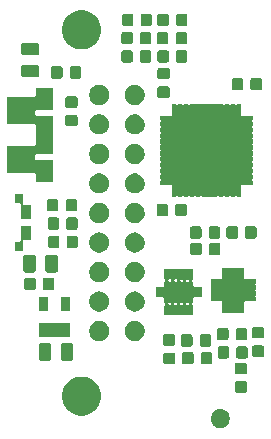
<source format=gbr>
G04 #@! TF.GenerationSoftware,KiCad,Pcbnew,(5.1.4)-1*
G04 #@! TF.CreationDate,2019-12-23T16:34:00-07:00*
G04 #@! TF.ProjectId,CruiseController,43727569-7365-4436-9f6e-74726f6c6c65,rev?*
G04 #@! TF.SameCoordinates,Original*
G04 #@! TF.FileFunction,Soldermask,Bot*
G04 #@! TF.FilePolarity,Negative*
%FSLAX46Y46*%
G04 Gerber Fmt 4.6, Leading zero omitted, Abs format (unit mm)*
G04 Created by KiCad (PCBNEW (5.1.4)-1) date 2019-12-23 16:34:00*
%MOMM*%
%LPD*%
G04 APERTURE LIST*
%ADD10C,0.100000*%
G04 APERTURE END LIST*
D10*
G36*
X117880476Y-105609261D02*
G01*
X117983645Y-105629782D01*
X118069036Y-105665153D01*
X118129416Y-105690163D01*
X118260608Y-105777822D01*
X118372178Y-105889392D01*
X118459837Y-106020584D01*
X118484847Y-106080964D01*
X118520218Y-106166355D01*
X118551000Y-106321109D01*
X118551000Y-106478891D01*
X118520218Y-106633645D01*
X118484847Y-106719036D01*
X118459837Y-106779416D01*
X118372178Y-106910608D01*
X118260608Y-107022178D01*
X118129416Y-107109837D01*
X118069036Y-107134847D01*
X117983645Y-107170218D01*
X117880476Y-107190739D01*
X117828892Y-107201000D01*
X117671108Y-107201000D01*
X117619524Y-107190739D01*
X117516355Y-107170218D01*
X117430964Y-107134847D01*
X117370584Y-107109837D01*
X117239392Y-107022178D01*
X117127822Y-106910608D01*
X117040163Y-106779416D01*
X117015153Y-106719036D01*
X116979782Y-106633645D01*
X116949000Y-106478891D01*
X116949000Y-106321109D01*
X116979782Y-106166355D01*
X117015153Y-106080964D01*
X117040163Y-106020584D01*
X117127822Y-105889392D01*
X117239392Y-105777822D01*
X117370584Y-105690163D01*
X117430964Y-105665153D01*
X117516355Y-105629782D01*
X117619524Y-105609261D01*
X117671108Y-105599000D01*
X117828892Y-105599000D01*
X117880476Y-105609261D01*
X117880476Y-105609261D01*
G37*
G36*
X106481579Y-102912447D02*
G01*
X106782042Y-103036903D01*
X107052451Y-103217585D01*
X107282415Y-103447549D01*
X107463097Y-103717958D01*
X107587553Y-104018421D01*
X107651000Y-104337391D01*
X107651000Y-104662609D01*
X107587553Y-104981579D01*
X107463097Y-105282042D01*
X107282415Y-105552451D01*
X107052451Y-105782415D01*
X106782042Y-105963097D01*
X106481579Y-106087553D01*
X106162609Y-106151000D01*
X105837391Y-106151000D01*
X105518421Y-106087553D01*
X105217958Y-105963097D01*
X104947549Y-105782415D01*
X104717585Y-105552451D01*
X104536903Y-105282042D01*
X104412447Y-104981579D01*
X104349000Y-104662609D01*
X104349000Y-104337391D01*
X104412447Y-104018421D01*
X104536903Y-103717958D01*
X104717585Y-103447549D01*
X104947549Y-103217585D01*
X105217958Y-103036903D01*
X105518421Y-102912447D01*
X105837391Y-102849000D01*
X106162609Y-102849000D01*
X106481579Y-102912447D01*
X106481579Y-102912447D01*
G37*
G36*
X119869552Y-103253207D02*
G01*
X119905898Y-103264232D01*
X119939401Y-103282140D01*
X119968763Y-103306237D01*
X119992860Y-103335599D01*
X120010768Y-103369102D01*
X120021793Y-103405448D01*
X120026000Y-103448158D01*
X120026000Y-104026842D01*
X120021793Y-104069552D01*
X120010768Y-104105898D01*
X119992860Y-104139401D01*
X119968763Y-104168763D01*
X119939401Y-104192860D01*
X119905898Y-104210768D01*
X119869552Y-104221793D01*
X119826842Y-104226000D01*
X119173158Y-104226000D01*
X119130448Y-104221793D01*
X119094102Y-104210768D01*
X119060599Y-104192860D01*
X119031237Y-104168763D01*
X119007140Y-104139401D01*
X118989232Y-104105898D01*
X118978207Y-104069552D01*
X118974000Y-104026842D01*
X118974000Y-103448158D01*
X118978207Y-103405448D01*
X118989232Y-103369102D01*
X119007140Y-103335599D01*
X119031237Y-103306237D01*
X119060599Y-103282140D01*
X119094102Y-103264232D01*
X119130448Y-103253207D01*
X119173158Y-103249000D01*
X119826842Y-103249000D01*
X119869552Y-103253207D01*
X119869552Y-103253207D01*
G37*
G36*
X119869552Y-101678207D02*
G01*
X119905898Y-101689232D01*
X119939401Y-101707140D01*
X119968763Y-101731237D01*
X119992860Y-101760599D01*
X120010768Y-101794102D01*
X120021793Y-101830448D01*
X120026000Y-101873158D01*
X120026000Y-102451842D01*
X120021793Y-102494552D01*
X120010768Y-102530898D01*
X119992860Y-102564401D01*
X119968763Y-102593763D01*
X119939401Y-102617860D01*
X119905898Y-102635768D01*
X119869552Y-102646793D01*
X119826842Y-102651000D01*
X119173158Y-102651000D01*
X119130448Y-102646793D01*
X119094102Y-102635768D01*
X119060599Y-102617860D01*
X119031237Y-102593763D01*
X119007140Y-102564401D01*
X118989232Y-102530898D01*
X118978207Y-102494552D01*
X118974000Y-102451842D01*
X118974000Y-101873158D01*
X118978207Y-101830448D01*
X118989232Y-101794102D01*
X119007140Y-101760599D01*
X119031237Y-101731237D01*
X119060599Y-101707140D01*
X119094102Y-101689232D01*
X119130448Y-101678207D01*
X119173158Y-101674000D01*
X119826842Y-101674000D01*
X119869552Y-101678207D01*
X119869552Y-101678207D01*
G37*
G36*
X115332052Y-100778207D02*
G01*
X115368398Y-100789232D01*
X115401901Y-100807140D01*
X115431263Y-100831237D01*
X115455360Y-100860599D01*
X115473268Y-100894102D01*
X115484293Y-100930448D01*
X115488500Y-100973158D01*
X115488500Y-101626842D01*
X115484293Y-101669552D01*
X115473268Y-101705898D01*
X115455360Y-101739401D01*
X115431263Y-101768763D01*
X115401901Y-101792860D01*
X115368398Y-101810768D01*
X115332052Y-101821793D01*
X115289342Y-101826000D01*
X114710658Y-101826000D01*
X114667948Y-101821793D01*
X114631602Y-101810768D01*
X114598099Y-101792860D01*
X114568737Y-101768763D01*
X114544640Y-101739401D01*
X114526732Y-101705898D01*
X114515707Y-101669552D01*
X114511500Y-101626842D01*
X114511500Y-100973158D01*
X114515707Y-100930448D01*
X114526732Y-100894102D01*
X114544640Y-100860599D01*
X114568737Y-100831237D01*
X114598099Y-100807140D01*
X114631602Y-100789232D01*
X114667948Y-100778207D01*
X114710658Y-100774000D01*
X115289342Y-100774000D01*
X115332052Y-100778207D01*
X115332052Y-100778207D01*
G37*
G36*
X116907052Y-100778207D02*
G01*
X116943398Y-100789232D01*
X116976901Y-100807140D01*
X117006263Y-100831237D01*
X117030360Y-100860599D01*
X117048268Y-100894102D01*
X117059293Y-100930448D01*
X117063500Y-100973158D01*
X117063500Y-101626842D01*
X117059293Y-101669552D01*
X117048268Y-101705898D01*
X117030360Y-101739401D01*
X117006263Y-101768763D01*
X116976901Y-101792860D01*
X116943398Y-101810768D01*
X116907052Y-101821793D01*
X116864342Y-101826000D01*
X116285658Y-101826000D01*
X116242948Y-101821793D01*
X116206602Y-101810768D01*
X116173099Y-101792860D01*
X116143737Y-101768763D01*
X116119640Y-101739401D01*
X116101732Y-101705898D01*
X116090707Y-101669552D01*
X116086500Y-101626842D01*
X116086500Y-100973158D01*
X116090707Y-100930448D01*
X116101732Y-100894102D01*
X116119640Y-100860599D01*
X116143737Y-100831237D01*
X116173099Y-100807140D01*
X116206602Y-100789232D01*
X116242948Y-100778207D01*
X116285658Y-100774000D01*
X116864342Y-100774000D01*
X116907052Y-100778207D01*
X116907052Y-100778207D01*
G37*
G36*
X113794552Y-100828207D02*
G01*
X113830898Y-100839232D01*
X113864401Y-100857140D01*
X113893763Y-100881237D01*
X113917860Y-100910599D01*
X113935768Y-100944102D01*
X113946793Y-100980448D01*
X113951000Y-101023158D01*
X113951000Y-101601842D01*
X113946793Y-101644552D01*
X113935768Y-101680898D01*
X113917860Y-101714401D01*
X113893763Y-101743763D01*
X113864401Y-101767860D01*
X113830898Y-101785768D01*
X113794552Y-101796793D01*
X113751842Y-101801000D01*
X113098158Y-101801000D01*
X113055448Y-101796793D01*
X113019102Y-101785768D01*
X112985599Y-101767860D01*
X112956237Y-101743763D01*
X112932140Y-101714401D01*
X112914232Y-101680898D01*
X112903207Y-101644552D01*
X112899000Y-101601842D01*
X112899000Y-101023158D01*
X112903207Y-100980448D01*
X112914232Y-100944102D01*
X112932140Y-100910599D01*
X112956237Y-100881237D01*
X112985599Y-100857140D01*
X113019102Y-100839232D01*
X113055448Y-100828207D01*
X113098158Y-100824000D01*
X113751842Y-100824000D01*
X113794552Y-100828207D01*
X113794552Y-100828207D01*
G37*
G36*
X105136932Y-100003688D02*
G01*
X105177969Y-100016136D01*
X105215788Y-100036351D01*
X105248941Y-100063559D01*
X105276149Y-100096712D01*
X105296364Y-100134531D01*
X105308812Y-100175568D01*
X105313500Y-100223167D01*
X105313500Y-101276833D01*
X105308812Y-101324432D01*
X105296364Y-101365469D01*
X105276149Y-101403288D01*
X105248941Y-101436441D01*
X105215788Y-101463649D01*
X105177969Y-101483864D01*
X105136932Y-101496312D01*
X105089333Y-101501000D01*
X104460667Y-101501000D01*
X104413068Y-101496312D01*
X104372031Y-101483864D01*
X104334212Y-101463649D01*
X104301059Y-101436441D01*
X104273851Y-101403288D01*
X104253636Y-101365469D01*
X104241188Y-101324432D01*
X104236500Y-101276833D01*
X104236500Y-100223167D01*
X104241188Y-100175568D01*
X104253636Y-100134531D01*
X104273851Y-100096712D01*
X104301059Y-100063559D01*
X104334212Y-100036351D01*
X104372031Y-100016136D01*
X104413068Y-100003688D01*
X104460667Y-99999000D01*
X105089333Y-99999000D01*
X105136932Y-100003688D01*
X105136932Y-100003688D01*
G37*
G36*
X103261932Y-100003688D02*
G01*
X103302969Y-100016136D01*
X103340788Y-100036351D01*
X103373941Y-100063559D01*
X103401149Y-100096712D01*
X103421364Y-100134531D01*
X103433812Y-100175568D01*
X103438500Y-100223167D01*
X103438500Y-101276833D01*
X103433812Y-101324432D01*
X103421364Y-101365469D01*
X103401149Y-101403288D01*
X103373941Y-101436441D01*
X103340788Y-101463649D01*
X103302969Y-101483864D01*
X103261932Y-101496312D01*
X103214333Y-101501000D01*
X102585667Y-101501000D01*
X102538068Y-101496312D01*
X102497031Y-101483864D01*
X102459212Y-101463649D01*
X102426059Y-101436441D01*
X102398851Y-101403288D01*
X102378636Y-101365469D01*
X102366188Y-101324432D01*
X102361500Y-101276833D01*
X102361500Y-100223167D01*
X102366188Y-100175568D01*
X102378636Y-100134531D01*
X102398851Y-100096712D01*
X102426059Y-100063559D01*
X102459212Y-100036351D01*
X102497031Y-100016136D01*
X102538068Y-100003688D01*
X102585667Y-99999000D01*
X103214333Y-99999000D01*
X103261932Y-100003688D01*
X103261932Y-100003688D01*
G37*
G36*
X118344552Y-100278207D02*
G01*
X118380898Y-100289232D01*
X118414401Y-100307140D01*
X118443763Y-100331237D01*
X118467860Y-100360599D01*
X118485768Y-100394102D01*
X118496793Y-100430448D01*
X118501000Y-100473158D01*
X118501000Y-101126842D01*
X118496793Y-101169552D01*
X118485768Y-101205898D01*
X118467860Y-101239401D01*
X118443763Y-101268763D01*
X118414401Y-101292860D01*
X118380898Y-101310768D01*
X118344552Y-101321793D01*
X118301842Y-101326000D01*
X117723158Y-101326000D01*
X117680448Y-101321793D01*
X117644102Y-101310768D01*
X117610599Y-101292860D01*
X117581237Y-101268763D01*
X117557140Y-101239401D01*
X117539232Y-101205898D01*
X117528207Y-101169552D01*
X117524000Y-101126842D01*
X117524000Y-100473158D01*
X117528207Y-100430448D01*
X117539232Y-100394102D01*
X117557140Y-100360599D01*
X117581237Y-100331237D01*
X117610599Y-100307140D01*
X117644102Y-100289232D01*
X117680448Y-100278207D01*
X117723158Y-100274000D01*
X118301842Y-100274000D01*
X118344552Y-100278207D01*
X118344552Y-100278207D01*
G37*
G36*
X119919552Y-100278207D02*
G01*
X119955898Y-100289232D01*
X119989401Y-100307140D01*
X120018763Y-100331237D01*
X120042860Y-100360599D01*
X120060768Y-100394102D01*
X120071793Y-100430448D01*
X120076000Y-100473158D01*
X120076000Y-101126842D01*
X120071793Y-101169552D01*
X120060768Y-101205898D01*
X120042860Y-101239401D01*
X120018763Y-101268763D01*
X119989401Y-101292860D01*
X119955898Y-101310768D01*
X119919552Y-101321793D01*
X119876842Y-101326000D01*
X119298158Y-101326000D01*
X119255448Y-101321793D01*
X119219102Y-101310768D01*
X119185599Y-101292860D01*
X119156237Y-101268763D01*
X119132140Y-101239401D01*
X119114232Y-101205898D01*
X119103207Y-101169552D01*
X119099000Y-101126842D01*
X119099000Y-100473158D01*
X119103207Y-100430448D01*
X119114232Y-100394102D01*
X119132140Y-100360599D01*
X119156237Y-100331237D01*
X119185599Y-100307140D01*
X119219102Y-100289232D01*
X119255448Y-100278207D01*
X119298158Y-100274000D01*
X119876842Y-100274000D01*
X119919552Y-100278207D01*
X119919552Y-100278207D01*
G37*
G36*
X121319552Y-100223707D02*
G01*
X121355898Y-100234732D01*
X121389401Y-100252640D01*
X121418763Y-100276737D01*
X121442860Y-100306099D01*
X121460768Y-100339602D01*
X121471793Y-100375948D01*
X121476000Y-100418658D01*
X121476000Y-100997342D01*
X121471793Y-101040052D01*
X121460768Y-101076398D01*
X121442860Y-101109901D01*
X121418763Y-101139263D01*
X121389401Y-101163360D01*
X121355898Y-101181268D01*
X121319552Y-101192293D01*
X121276842Y-101196500D01*
X120623158Y-101196500D01*
X120580448Y-101192293D01*
X120544102Y-101181268D01*
X120510599Y-101163360D01*
X120481237Y-101139263D01*
X120457140Y-101109901D01*
X120439232Y-101076398D01*
X120428207Y-101040052D01*
X120424000Y-100997342D01*
X120424000Y-100418658D01*
X120428207Y-100375948D01*
X120439232Y-100339602D01*
X120457140Y-100306099D01*
X120481237Y-100276737D01*
X120510599Y-100252640D01*
X120544102Y-100234732D01*
X120580448Y-100223707D01*
X120623158Y-100219500D01*
X121276842Y-100219500D01*
X121319552Y-100223707D01*
X121319552Y-100223707D01*
G37*
G36*
X115244552Y-99278207D02*
G01*
X115280898Y-99289232D01*
X115314401Y-99307140D01*
X115343763Y-99331237D01*
X115367860Y-99360599D01*
X115385768Y-99394102D01*
X115396793Y-99430448D01*
X115401000Y-99473158D01*
X115401000Y-100126842D01*
X115396793Y-100169552D01*
X115385768Y-100205898D01*
X115367860Y-100239401D01*
X115343763Y-100268763D01*
X115314401Y-100292860D01*
X115280898Y-100310768D01*
X115244552Y-100321793D01*
X115201842Y-100326000D01*
X114623158Y-100326000D01*
X114580448Y-100321793D01*
X114544102Y-100310768D01*
X114510599Y-100292860D01*
X114481237Y-100268763D01*
X114457140Y-100239401D01*
X114439232Y-100205898D01*
X114428207Y-100169552D01*
X114424000Y-100126842D01*
X114424000Y-99473158D01*
X114428207Y-99430448D01*
X114439232Y-99394102D01*
X114457140Y-99360599D01*
X114481237Y-99331237D01*
X114510599Y-99307140D01*
X114544102Y-99289232D01*
X114580448Y-99278207D01*
X114623158Y-99274000D01*
X115201842Y-99274000D01*
X115244552Y-99278207D01*
X115244552Y-99278207D01*
G37*
G36*
X116819552Y-99278207D02*
G01*
X116855898Y-99289232D01*
X116889401Y-99307140D01*
X116918763Y-99331237D01*
X116942860Y-99360599D01*
X116960768Y-99394102D01*
X116971793Y-99430448D01*
X116976000Y-99473158D01*
X116976000Y-100126842D01*
X116971793Y-100169552D01*
X116960768Y-100205898D01*
X116942860Y-100239401D01*
X116918763Y-100268763D01*
X116889401Y-100292860D01*
X116855898Y-100310768D01*
X116819552Y-100321793D01*
X116776842Y-100326000D01*
X116198158Y-100326000D01*
X116155448Y-100321793D01*
X116119102Y-100310768D01*
X116085599Y-100292860D01*
X116056237Y-100268763D01*
X116032140Y-100239401D01*
X116014232Y-100205898D01*
X116003207Y-100169552D01*
X115999000Y-100126842D01*
X115999000Y-99473158D01*
X116003207Y-99430448D01*
X116014232Y-99394102D01*
X116032140Y-99360599D01*
X116056237Y-99331237D01*
X116085599Y-99307140D01*
X116119102Y-99289232D01*
X116155448Y-99278207D01*
X116198158Y-99274000D01*
X116776842Y-99274000D01*
X116819552Y-99278207D01*
X116819552Y-99278207D01*
G37*
G36*
X113794552Y-99253207D02*
G01*
X113830898Y-99264232D01*
X113864401Y-99282140D01*
X113893763Y-99306237D01*
X113917860Y-99335599D01*
X113935768Y-99369102D01*
X113946793Y-99405448D01*
X113951000Y-99448158D01*
X113951000Y-100026842D01*
X113946793Y-100069552D01*
X113935768Y-100105898D01*
X113917860Y-100139401D01*
X113893763Y-100168763D01*
X113864401Y-100192860D01*
X113830898Y-100210768D01*
X113794552Y-100221793D01*
X113751842Y-100226000D01*
X113098158Y-100226000D01*
X113055448Y-100221793D01*
X113019102Y-100210768D01*
X112985599Y-100192860D01*
X112956237Y-100168763D01*
X112932140Y-100139401D01*
X112914232Y-100105898D01*
X112903207Y-100069552D01*
X112899000Y-100026842D01*
X112899000Y-99448158D01*
X112903207Y-99405448D01*
X112914232Y-99369102D01*
X112932140Y-99335599D01*
X112956237Y-99306237D01*
X112985599Y-99282140D01*
X113019102Y-99264232D01*
X113055448Y-99253207D01*
X113098158Y-99249000D01*
X113751842Y-99249000D01*
X113794552Y-99253207D01*
X113794552Y-99253207D01*
G37*
G36*
X110649581Y-98162081D02*
G01*
X110748228Y-98181703D01*
X110903100Y-98245853D01*
X111042481Y-98338985D01*
X111161015Y-98457519D01*
X111254147Y-98596900D01*
X111318297Y-98751772D01*
X111351000Y-98916184D01*
X111351000Y-99083816D01*
X111318297Y-99248228D01*
X111254147Y-99403100D01*
X111161015Y-99542481D01*
X111042481Y-99661015D01*
X110903100Y-99754147D01*
X110748228Y-99818297D01*
X110649581Y-99837919D01*
X110583818Y-99851000D01*
X110416182Y-99851000D01*
X110350419Y-99837919D01*
X110251772Y-99818297D01*
X110096900Y-99754147D01*
X109957519Y-99661015D01*
X109838985Y-99542481D01*
X109745853Y-99403100D01*
X109681703Y-99248228D01*
X109649000Y-99083816D01*
X109649000Y-98916184D01*
X109681703Y-98751772D01*
X109745853Y-98596900D01*
X109838985Y-98457519D01*
X109957519Y-98338985D01*
X110096900Y-98245853D01*
X110251772Y-98181703D01*
X110350419Y-98162081D01*
X110416182Y-98149000D01*
X110583818Y-98149000D01*
X110649581Y-98162081D01*
X110649581Y-98162081D01*
G37*
G36*
X107649581Y-98162081D02*
G01*
X107748228Y-98181703D01*
X107903100Y-98245853D01*
X108042481Y-98338985D01*
X108161015Y-98457519D01*
X108254147Y-98596900D01*
X108318297Y-98751772D01*
X108351000Y-98916184D01*
X108351000Y-99083816D01*
X108318297Y-99248228D01*
X108254147Y-99403100D01*
X108161015Y-99542481D01*
X108042481Y-99661015D01*
X107903100Y-99754147D01*
X107748228Y-99818297D01*
X107649581Y-99837919D01*
X107583818Y-99851000D01*
X107416182Y-99851000D01*
X107350419Y-99837919D01*
X107251772Y-99818297D01*
X107096900Y-99754147D01*
X106957519Y-99661015D01*
X106838985Y-99542481D01*
X106745853Y-99403100D01*
X106681703Y-99248228D01*
X106649000Y-99083816D01*
X106649000Y-98916184D01*
X106681703Y-98751772D01*
X106745853Y-98596900D01*
X106838985Y-98457519D01*
X106957519Y-98338985D01*
X107096900Y-98245853D01*
X107251772Y-98181703D01*
X107350419Y-98162081D01*
X107416182Y-98149000D01*
X107583818Y-98149000D01*
X107649581Y-98162081D01*
X107649581Y-98162081D01*
G37*
G36*
X119869552Y-98736207D02*
G01*
X119905898Y-98747232D01*
X119939401Y-98765140D01*
X119968763Y-98789237D01*
X119992860Y-98818599D01*
X120010768Y-98852102D01*
X120021793Y-98888448D01*
X120026000Y-98931158D01*
X120026000Y-99584842D01*
X120021793Y-99627552D01*
X120010768Y-99663898D01*
X119992860Y-99697401D01*
X119968763Y-99726763D01*
X119939401Y-99750860D01*
X119905898Y-99768768D01*
X119869552Y-99779793D01*
X119826842Y-99784000D01*
X119248158Y-99784000D01*
X119205448Y-99779793D01*
X119169102Y-99768768D01*
X119135599Y-99750860D01*
X119106237Y-99726763D01*
X119082140Y-99697401D01*
X119064232Y-99663898D01*
X119053207Y-99627552D01*
X119049000Y-99584842D01*
X119049000Y-98931158D01*
X119053207Y-98888448D01*
X119064232Y-98852102D01*
X119082140Y-98818599D01*
X119106237Y-98789237D01*
X119135599Y-98765140D01*
X119169102Y-98747232D01*
X119205448Y-98736207D01*
X119248158Y-98732000D01*
X119826842Y-98732000D01*
X119869552Y-98736207D01*
X119869552Y-98736207D01*
G37*
G36*
X118294552Y-98736207D02*
G01*
X118330898Y-98747232D01*
X118364401Y-98765140D01*
X118393763Y-98789237D01*
X118417860Y-98818599D01*
X118435768Y-98852102D01*
X118446793Y-98888448D01*
X118451000Y-98931158D01*
X118451000Y-99584842D01*
X118446793Y-99627552D01*
X118435768Y-99663898D01*
X118417860Y-99697401D01*
X118393763Y-99726763D01*
X118364401Y-99750860D01*
X118330898Y-99768768D01*
X118294552Y-99779793D01*
X118251842Y-99784000D01*
X117673158Y-99784000D01*
X117630448Y-99779793D01*
X117594102Y-99768768D01*
X117560599Y-99750860D01*
X117531237Y-99726763D01*
X117507140Y-99697401D01*
X117489232Y-99663898D01*
X117478207Y-99627552D01*
X117474000Y-99584842D01*
X117474000Y-98931158D01*
X117478207Y-98888448D01*
X117489232Y-98852102D01*
X117507140Y-98818599D01*
X117531237Y-98789237D01*
X117560599Y-98765140D01*
X117594102Y-98747232D01*
X117630448Y-98736207D01*
X117673158Y-98732000D01*
X118251842Y-98732000D01*
X118294552Y-98736207D01*
X118294552Y-98736207D01*
G37*
G36*
X121319552Y-98648707D02*
G01*
X121355898Y-98659732D01*
X121389401Y-98677640D01*
X121418763Y-98701737D01*
X121442860Y-98731099D01*
X121460768Y-98764602D01*
X121471793Y-98800948D01*
X121476000Y-98843658D01*
X121476000Y-99422342D01*
X121471793Y-99465052D01*
X121460768Y-99501398D01*
X121442860Y-99534901D01*
X121418763Y-99564263D01*
X121389401Y-99588360D01*
X121355898Y-99606268D01*
X121319552Y-99617293D01*
X121276842Y-99621500D01*
X120623158Y-99621500D01*
X120580448Y-99617293D01*
X120544102Y-99606268D01*
X120510599Y-99588360D01*
X120481237Y-99564263D01*
X120457140Y-99534901D01*
X120439232Y-99501398D01*
X120428207Y-99465052D01*
X120424000Y-99422342D01*
X120424000Y-98843658D01*
X120428207Y-98800948D01*
X120439232Y-98764602D01*
X120457140Y-98731099D01*
X120481237Y-98701737D01*
X120510599Y-98677640D01*
X120544102Y-98659732D01*
X120580448Y-98648707D01*
X120623158Y-98644500D01*
X121276842Y-98644500D01*
X121319552Y-98648707D01*
X121319552Y-98648707D01*
G37*
G36*
X105026000Y-99481000D02*
G01*
X102374000Y-99481000D01*
X102374000Y-98319000D01*
X105026000Y-98319000D01*
X105026000Y-99481000D01*
X105026000Y-99481000D01*
G37*
G36*
X115230444Y-93729520D02*
G01*
X115240220Y-93730000D01*
X115435000Y-93730000D01*
X115435000Y-94520315D01*
X115431961Y-94551167D01*
X115431960Y-94551169D01*
X115431960Y-94551170D01*
X115422441Y-94582552D01*
X115419953Y-94590752D01*
X115400453Y-94627234D01*
X115374211Y-94659211D01*
X115374202Y-94659219D01*
X115373100Y-94660561D01*
X115362209Y-94676861D01*
X115354707Y-94694972D01*
X115350883Y-94714198D01*
X115350882Y-94733801D01*
X115354707Y-94753028D01*
X115362208Y-94771139D01*
X115373099Y-94787439D01*
X115386960Y-94801301D01*
X115403260Y-94812192D01*
X115421371Y-94819694D01*
X115440597Y-94823518D01*
X115450400Y-94824000D01*
X115476000Y-94824000D01*
X115476000Y-95159001D01*
X115477921Y-95178510D01*
X115483612Y-95197269D01*
X115492853Y-95214557D01*
X115505289Y-95229711D01*
X115520443Y-95242147D01*
X115537731Y-95251388D01*
X115556490Y-95257079D01*
X115575999Y-95259000D01*
X116176000Y-95259000D01*
X116176000Y-96141000D01*
X115575999Y-96141000D01*
X115556490Y-96142921D01*
X115537731Y-96148612D01*
X115520443Y-96157853D01*
X115505289Y-96170289D01*
X115492853Y-96185443D01*
X115483612Y-96202731D01*
X115477921Y-96221490D01*
X115476000Y-96240999D01*
X115476000Y-96576000D01*
X115450400Y-96576000D01*
X115430891Y-96577921D01*
X115412132Y-96583612D01*
X115394844Y-96592853D01*
X115379690Y-96605289D01*
X115367254Y-96620443D01*
X115358013Y-96637731D01*
X115352322Y-96656490D01*
X115350401Y-96675999D01*
X115352322Y-96695508D01*
X115358013Y-96714267D01*
X115367254Y-96731555D01*
X115373100Y-96739439D01*
X115374202Y-96740781D01*
X115374211Y-96740789D01*
X115400453Y-96772766D01*
X115419953Y-96809248D01*
X115431961Y-96848833D01*
X115435000Y-96879685D01*
X115435000Y-97670000D01*
X115240220Y-97670000D01*
X115230443Y-97670480D01*
X115225000Y-97671016D01*
X115219556Y-97670480D01*
X115209780Y-97670000D01*
X114740220Y-97670000D01*
X114730443Y-97670480D01*
X114725000Y-97671016D01*
X114719556Y-97670480D01*
X114709780Y-97670000D01*
X114240220Y-97670000D01*
X114230443Y-97670480D01*
X114225000Y-97671016D01*
X114219556Y-97670480D01*
X114209780Y-97670000D01*
X113740220Y-97670000D01*
X113730443Y-97670480D01*
X113725000Y-97671016D01*
X113719556Y-97670480D01*
X113709780Y-97670000D01*
X113240220Y-97670000D01*
X113230443Y-97670480D01*
X113225000Y-97671016D01*
X113219556Y-97670480D01*
X113209780Y-97670000D01*
X113015000Y-97670000D01*
X113015000Y-97150011D01*
X113015001Y-97150001D01*
X113015001Y-96879685D01*
X113018040Y-96848833D01*
X113030048Y-96809248D01*
X113049548Y-96772766D01*
X113075790Y-96740789D01*
X113075799Y-96740781D01*
X113076901Y-96739439D01*
X113087792Y-96723139D01*
X113095294Y-96705028D01*
X113099118Y-96685802D01*
X113099118Y-96675999D01*
X113350401Y-96675999D01*
X113352322Y-96695508D01*
X113358013Y-96714267D01*
X113367254Y-96731555D01*
X113373101Y-96739439D01*
X113374205Y-96740784D01*
X113374211Y-96740789D01*
X113397701Y-96769413D01*
X113411564Y-96783276D01*
X113427864Y-96794166D01*
X113445975Y-96801668D01*
X113465202Y-96805492D01*
X113484805Y-96805491D01*
X113504031Y-96801666D01*
X113522142Y-96794164D01*
X113538441Y-96783273D01*
X113552293Y-96769421D01*
X113575790Y-96740789D01*
X113575797Y-96740783D01*
X113576901Y-96739438D01*
X113587792Y-96723138D01*
X113595294Y-96705027D01*
X113599118Y-96685801D01*
X113599118Y-96675999D01*
X113850401Y-96675999D01*
X113852322Y-96695508D01*
X113858013Y-96714267D01*
X113867254Y-96731555D01*
X113873101Y-96739439D01*
X113874205Y-96740784D01*
X113874211Y-96740789D01*
X113897701Y-96769413D01*
X113911564Y-96783276D01*
X113927864Y-96794166D01*
X113945975Y-96801668D01*
X113965202Y-96805492D01*
X113984805Y-96805491D01*
X114004031Y-96801666D01*
X114022142Y-96794164D01*
X114038441Y-96783273D01*
X114052293Y-96769421D01*
X114075790Y-96740789D01*
X114075797Y-96740783D01*
X114076901Y-96739438D01*
X114087792Y-96723138D01*
X114095294Y-96705027D01*
X114099118Y-96685801D01*
X114099118Y-96675999D01*
X114350401Y-96675999D01*
X114352322Y-96695508D01*
X114358013Y-96714267D01*
X114367254Y-96731555D01*
X114373101Y-96739439D01*
X114374205Y-96740784D01*
X114374211Y-96740789D01*
X114397701Y-96769413D01*
X114411564Y-96783276D01*
X114427864Y-96794166D01*
X114445975Y-96801668D01*
X114465202Y-96805492D01*
X114484805Y-96805491D01*
X114504031Y-96801666D01*
X114522142Y-96794164D01*
X114538441Y-96783273D01*
X114552293Y-96769421D01*
X114575790Y-96740789D01*
X114575797Y-96740783D01*
X114576901Y-96739438D01*
X114587792Y-96723138D01*
X114595294Y-96705027D01*
X114599118Y-96685801D01*
X114599118Y-96675999D01*
X114850401Y-96675999D01*
X114852322Y-96695508D01*
X114858013Y-96714267D01*
X114867254Y-96731555D01*
X114873101Y-96739439D01*
X114874205Y-96740784D01*
X114874211Y-96740789D01*
X114897701Y-96769413D01*
X114911564Y-96783276D01*
X114927864Y-96794166D01*
X114945975Y-96801668D01*
X114965202Y-96805492D01*
X114984805Y-96805491D01*
X115004031Y-96801666D01*
X115022142Y-96794164D01*
X115038441Y-96783273D01*
X115052293Y-96769421D01*
X115075790Y-96740789D01*
X115075797Y-96740783D01*
X115076901Y-96739438D01*
X115087792Y-96723138D01*
X115095294Y-96705027D01*
X115099118Y-96685801D01*
X115099119Y-96666198D01*
X115095294Y-96646971D01*
X115087792Y-96628860D01*
X115076901Y-96612561D01*
X115063040Y-96598699D01*
X115046740Y-96587808D01*
X115028629Y-96580306D01*
X115009403Y-96576482D01*
X114999601Y-96576000D01*
X114950400Y-96576000D01*
X114930891Y-96577921D01*
X114912132Y-96583612D01*
X114894844Y-96592853D01*
X114879690Y-96605289D01*
X114867254Y-96620443D01*
X114858013Y-96637731D01*
X114852322Y-96656490D01*
X114850401Y-96675999D01*
X114599118Y-96675999D01*
X114599119Y-96666198D01*
X114595294Y-96646971D01*
X114587792Y-96628860D01*
X114576901Y-96612561D01*
X114563040Y-96598699D01*
X114546740Y-96587808D01*
X114528629Y-96580306D01*
X114509403Y-96576482D01*
X114499601Y-96576000D01*
X114450400Y-96576000D01*
X114430891Y-96577921D01*
X114412132Y-96583612D01*
X114394844Y-96592853D01*
X114379690Y-96605289D01*
X114367254Y-96620443D01*
X114358013Y-96637731D01*
X114352322Y-96656490D01*
X114350401Y-96675999D01*
X114099118Y-96675999D01*
X114099119Y-96666198D01*
X114095294Y-96646971D01*
X114087792Y-96628860D01*
X114076901Y-96612561D01*
X114063040Y-96598699D01*
X114046740Y-96587808D01*
X114028629Y-96580306D01*
X114009403Y-96576482D01*
X113999601Y-96576000D01*
X113950400Y-96576000D01*
X113930891Y-96577921D01*
X113912132Y-96583612D01*
X113894844Y-96592853D01*
X113879690Y-96605289D01*
X113867254Y-96620443D01*
X113858013Y-96637731D01*
X113852322Y-96656490D01*
X113850401Y-96675999D01*
X113599118Y-96675999D01*
X113599119Y-96666198D01*
X113595294Y-96646971D01*
X113587792Y-96628860D01*
X113576901Y-96612561D01*
X113563040Y-96598699D01*
X113546740Y-96587808D01*
X113528629Y-96580306D01*
X113509403Y-96576482D01*
X113499601Y-96576000D01*
X113450400Y-96576000D01*
X113430891Y-96577921D01*
X113412132Y-96583612D01*
X113394844Y-96592853D01*
X113379690Y-96605289D01*
X113367254Y-96620443D01*
X113358013Y-96637731D01*
X113352322Y-96656490D01*
X113350401Y-96675999D01*
X113099118Y-96675999D01*
X113099119Y-96666199D01*
X113095294Y-96646972D01*
X113087793Y-96628861D01*
X113076902Y-96612561D01*
X113063041Y-96598699D01*
X113046741Y-96587808D01*
X113028630Y-96580306D01*
X113009404Y-96576482D01*
X112999601Y-96576000D01*
X112974000Y-96576000D01*
X112974000Y-96240999D01*
X112972079Y-96221490D01*
X112966388Y-96202731D01*
X112957147Y-96185443D01*
X112944711Y-96170289D01*
X112929557Y-96157853D01*
X112912269Y-96148612D01*
X112893510Y-96142921D01*
X112874001Y-96141000D01*
X112274000Y-96141000D01*
X112274000Y-95259000D01*
X112874001Y-95259000D01*
X112893510Y-95257079D01*
X112912269Y-95251388D01*
X112929557Y-95242147D01*
X112944711Y-95229711D01*
X112957147Y-95214557D01*
X112966388Y-95197269D01*
X112972079Y-95178510D01*
X112974000Y-95159001D01*
X112974000Y-94824000D01*
X112999600Y-94824000D01*
X113019109Y-94822079D01*
X113037868Y-94816388D01*
X113055156Y-94807147D01*
X113070310Y-94794711D01*
X113082746Y-94779557D01*
X113091987Y-94762269D01*
X113097678Y-94743510D01*
X113098633Y-94733802D01*
X113350882Y-94733802D01*
X113354707Y-94753029D01*
X113362209Y-94771140D01*
X113373100Y-94787439D01*
X113386961Y-94801301D01*
X113403261Y-94812192D01*
X113421372Y-94819694D01*
X113440598Y-94823518D01*
X113450400Y-94824000D01*
X113499600Y-94824000D01*
X113519109Y-94822079D01*
X113537868Y-94816388D01*
X113555156Y-94807147D01*
X113570310Y-94794711D01*
X113582746Y-94779557D01*
X113591987Y-94762269D01*
X113597678Y-94743510D01*
X113598633Y-94733802D01*
X113850882Y-94733802D01*
X113854707Y-94753029D01*
X113862209Y-94771140D01*
X113873100Y-94787439D01*
X113886961Y-94801301D01*
X113903261Y-94812192D01*
X113921372Y-94819694D01*
X113940598Y-94823518D01*
X113950400Y-94824000D01*
X113999600Y-94824000D01*
X114019109Y-94822079D01*
X114037868Y-94816388D01*
X114055156Y-94807147D01*
X114070310Y-94794711D01*
X114082746Y-94779557D01*
X114091987Y-94762269D01*
X114097678Y-94743510D01*
X114098633Y-94733802D01*
X114350882Y-94733802D01*
X114354707Y-94753029D01*
X114362209Y-94771140D01*
X114373100Y-94787439D01*
X114386961Y-94801301D01*
X114403261Y-94812192D01*
X114421372Y-94819694D01*
X114440598Y-94823518D01*
X114450400Y-94824000D01*
X114499600Y-94824000D01*
X114519109Y-94822079D01*
X114537868Y-94816388D01*
X114555156Y-94807147D01*
X114570310Y-94794711D01*
X114582746Y-94779557D01*
X114591987Y-94762269D01*
X114597678Y-94743510D01*
X114598633Y-94733802D01*
X114850882Y-94733802D01*
X114854707Y-94753029D01*
X114862209Y-94771140D01*
X114873100Y-94787439D01*
X114886961Y-94801301D01*
X114903261Y-94812192D01*
X114921372Y-94819694D01*
X114940598Y-94823518D01*
X114950400Y-94824000D01*
X114999600Y-94824000D01*
X115019109Y-94822079D01*
X115037868Y-94816388D01*
X115055156Y-94807147D01*
X115070310Y-94794711D01*
X115082746Y-94779557D01*
X115091987Y-94762269D01*
X115097678Y-94743510D01*
X115099599Y-94724001D01*
X115097678Y-94704492D01*
X115091987Y-94685733D01*
X115082746Y-94668445D01*
X115076900Y-94660562D01*
X115075796Y-94659217D01*
X115075789Y-94659211D01*
X115052297Y-94630584D01*
X115038438Y-94616726D01*
X115022139Y-94605835D01*
X115004028Y-94598333D01*
X114984801Y-94594508D01*
X114965198Y-94594509D01*
X114945972Y-94598333D01*
X114927861Y-94605835D01*
X114911561Y-94616726D01*
X114897708Y-94630579D01*
X114874211Y-94659211D01*
X114874204Y-94659217D01*
X114873100Y-94660562D01*
X114862209Y-94676862D01*
X114854707Y-94694973D01*
X114850883Y-94714199D01*
X114850882Y-94733802D01*
X114598633Y-94733802D01*
X114599599Y-94724001D01*
X114597678Y-94704492D01*
X114591987Y-94685733D01*
X114582746Y-94668445D01*
X114576900Y-94660562D01*
X114575796Y-94659217D01*
X114575789Y-94659211D01*
X114552297Y-94630584D01*
X114538438Y-94616726D01*
X114522139Y-94605835D01*
X114504028Y-94598333D01*
X114484801Y-94594508D01*
X114465198Y-94594509D01*
X114445972Y-94598333D01*
X114427861Y-94605835D01*
X114411561Y-94616726D01*
X114397708Y-94630579D01*
X114374211Y-94659211D01*
X114374204Y-94659217D01*
X114373100Y-94660562D01*
X114362209Y-94676862D01*
X114354707Y-94694973D01*
X114350883Y-94714199D01*
X114350882Y-94733802D01*
X114098633Y-94733802D01*
X114099599Y-94724001D01*
X114097678Y-94704492D01*
X114091987Y-94685733D01*
X114082746Y-94668445D01*
X114076900Y-94660562D01*
X114075796Y-94659217D01*
X114075789Y-94659211D01*
X114052297Y-94630584D01*
X114038438Y-94616726D01*
X114022139Y-94605835D01*
X114004028Y-94598333D01*
X113984801Y-94594508D01*
X113965198Y-94594509D01*
X113945972Y-94598333D01*
X113927861Y-94605835D01*
X113911561Y-94616726D01*
X113897708Y-94630579D01*
X113874211Y-94659211D01*
X113874204Y-94659217D01*
X113873100Y-94660562D01*
X113862209Y-94676862D01*
X113854707Y-94694973D01*
X113850883Y-94714199D01*
X113850882Y-94733802D01*
X113598633Y-94733802D01*
X113599599Y-94724001D01*
X113597678Y-94704492D01*
X113591987Y-94685733D01*
X113582746Y-94668445D01*
X113576900Y-94660562D01*
X113575796Y-94659217D01*
X113575789Y-94659211D01*
X113552297Y-94630584D01*
X113538438Y-94616726D01*
X113522139Y-94605835D01*
X113504028Y-94598333D01*
X113484801Y-94594508D01*
X113465198Y-94594509D01*
X113445972Y-94598333D01*
X113427861Y-94605835D01*
X113411561Y-94616726D01*
X113397708Y-94630579D01*
X113374211Y-94659211D01*
X113374204Y-94659217D01*
X113373100Y-94660562D01*
X113362209Y-94676862D01*
X113354707Y-94694973D01*
X113350883Y-94714199D01*
X113350882Y-94733802D01*
X113098633Y-94733802D01*
X113099599Y-94724001D01*
X113097678Y-94704492D01*
X113091987Y-94685733D01*
X113076900Y-94660562D01*
X113075796Y-94659217D01*
X113075789Y-94659211D01*
X113049547Y-94627233D01*
X113030047Y-94590751D01*
X113026890Y-94580343D01*
X113018040Y-94551169D01*
X113018039Y-94551166D01*
X113015000Y-94520314D01*
X113015000Y-93730000D01*
X113209780Y-93730000D01*
X113219557Y-93729520D01*
X113225000Y-93728984D01*
X113230444Y-93729520D01*
X113240220Y-93730000D01*
X113709780Y-93730000D01*
X113719557Y-93729520D01*
X113725000Y-93728984D01*
X113730444Y-93729520D01*
X113740220Y-93730000D01*
X114209780Y-93730000D01*
X114219557Y-93729520D01*
X114225000Y-93728984D01*
X114230444Y-93729520D01*
X114240220Y-93730000D01*
X114709780Y-93730000D01*
X114719557Y-93729520D01*
X114725000Y-93728984D01*
X114730444Y-93729520D01*
X114740220Y-93730000D01*
X115209780Y-93730000D01*
X115219557Y-93729520D01*
X115225000Y-93728984D01*
X115230444Y-93729520D01*
X115230444Y-93729520D01*
G37*
G36*
X118245317Y-93633204D02*
G01*
X118252356Y-93635340D01*
X118258844Y-93638807D01*
X118264527Y-93643472D01*
X118272699Y-93653429D01*
X118286561Y-93667291D01*
X118302860Y-93678182D01*
X118320971Y-93685684D01*
X118340198Y-93689508D01*
X118359801Y-93689509D01*
X118379028Y-93685684D01*
X118397139Y-93678182D01*
X118413438Y-93667292D01*
X118427301Y-93653429D01*
X118435473Y-93643472D01*
X118441156Y-93638807D01*
X118447644Y-93635340D01*
X118454683Y-93633204D01*
X118466910Y-93632000D01*
X118733090Y-93632000D01*
X118745317Y-93633204D01*
X118752356Y-93635340D01*
X118758844Y-93638807D01*
X118764527Y-93643472D01*
X118772699Y-93653429D01*
X118786561Y-93667291D01*
X118802860Y-93678182D01*
X118820971Y-93685684D01*
X118840198Y-93689508D01*
X118859801Y-93689509D01*
X118879028Y-93685684D01*
X118897139Y-93678182D01*
X118913438Y-93667292D01*
X118927301Y-93653429D01*
X118935473Y-93643472D01*
X118941156Y-93638807D01*
X118947644Y-93635340D01*
X118954683Y-93633204D01*
X118966910Y-93632000D01*
X119233090Y-93632000D01*
X119245317Y-93633204D01*
X119252356Y-93635340D01*
X119258844Y-93638807D01*
X119264527Y-93643472D01*
X119272699Y-93653429D01*
X119286561Y-93667291D01*
X119302860Y-93678182D01*
X119320971Y-93685684D01*
X119340198Y-93689508D01*
X119359801Y-93689509D01*
X119379028Y-93685684D01*
X119397139Y-93678182D01*
X119413438Y-93667292D01*
X119427301Y-93653429D01*
X119435473Y-93643472D01*
X119441156Y-93638807D01*
X119447644Y-93635340D01*
X119454683Y-93633204D01*
X119466910Y-93632000D01*
X119733090Y-93632000D01*
X119745317Y-93633204D01*
X119752356Y-93635340D01*
X119758844Y-93638807D01*
X119764528Y-93643472D01*
X119769193Y-93649156D01*
X119772660Y-93655644D01*
X119774796Y-93662683D01*
X119776000Y-93674910D01*
X119776000Y-94516091D01*
X119775280Y-94523401D01*
X119775279Y-94543004D01*
X119779104Y-94562230D01*
X119786605Y-94580341D01*
X119797496Y-94596641D01*
X119811358Y-94610503D01*
X119827657Y-94621394D01*
X119845768Y-94628896D01*
X119864995Y-94632720D01*
X119884599Y-94632720D01*
X119891909Y-94632000D01*
X120733090Y-94632000D01*
X120745317Y-94633204D01*
X120752356Y-94635340D01*
X120758844Y-94638807D01*
X120764528Y-94643472D01*
X120769193Y-94649156D01*
X120772660Y-94655644D01*
X120774796Y-94662683D01*
X120776000Y-94674910D01*
X120776000Y-94941090D01*
X120774796Y-94953317D01*
X120772660Y-94960356D01*
X120769193Y-94966844D01*
X120764528Y-94972527D01*
X120754571Y-94980699D01*
X120740709Y-94994561D01*
X120729818Y-95010860D01*
X120722316Y-95028971D01*
X120718492Y-95048198D01*
X120718491Y-95067801D01*
X120722316Y-95087028D01*
X120729818Y-95105139D01*
X120740708Y-95121438D01*
X120754571Y-95135301D01*
X120764528Y-95143473D01*
X120769193Y-95149156D01*
X120772660Y-95155644D01*
X120774796Y-95162683D01*
X120776000Y-95174910D01*
X120776000Y-95441090D01*
X120774796Y-95453317D01*
X120772660Y-95460356D01*
X120769193Y-95466844D01*
X120764528Y-95472527D01*
X120754571Y-95480699D01*
X120740709Y-95494561D01*
X120729818Y-95510860D01*
X120722316Y-95528971D01*
X120718492Y-95548198D01*
X120718491Y-95567801D01*
X120722316Y-95587028D01*
X120729818Y-95605139D01*
X120740708Y-95621438D01*
X120754571Y-95635301D01*
X120764528Y-95643473D01*
X120769193Y-95649156D01*
X120772660Y-95655644D01*
X120774796Y-95662683D01*
X120776000Y-95674910D01*
X120776000Y-95941090D01*
X120774796Y-95953317D01*
X120772660Y-95960356D01*
X120769193Y-95966844D01*
X120764528Y-95972527D01*
X120754571Y-95980699D01*
X120740709Y-95994561D01*
X120729818Y-96010860D01*
X120722316Y-96028971D01*
X120718492Y-96048198D01*
X120718491Y-96067801D01*
X120722316Y-96087028D01*
X120729818Y-96105139D01*
X120740708Y-96121438D01*
X120754571Y-96135301D01*
X120764528Y-96143473D01*
X120769193Y-96149156D01*
X120772660Y-96155644D01*
X120774796Y-96162683D01*
X120776000Y-96174910D01*
X120776000Y-96441090D01*
X120774796Y-96453317D01*
X120772660Y-96460356D01*
X120769193Y-96466844D01*
X120764528Y-96472528D01*
X120758844Y-96477193D01*
X120752356Y-96480660D01*
X120745317Y-96482796D01*
X120733090Y-96484000D01*
X119891909Y-96484000D01*
X119884599Y-96483280D01*
X119864996Y-96483279D01*
X119845770Y-96487104D01*
X119827659Y-96494605D01*
X119811359Y-96505496D01*
X119797497Y-96519358D01*
X119786606Y-96535657D01*
X119779104Y-96553768D01*
X119775280Y-96572995D01*
X119775280Y-96592599D01*
X119776000Y-96599909D01*
X119776000Y-97441090D01*
X119774796Y-97453317D01*
X119772660Y-97460356D01*
X119769193Y-97466844D01*
X119764528Y-97472528D01*
X119758844Y-97477193D01*
X119752356Y-97480660D01*
X119745317Y-97482796D01*
X119733090Y-97484000D01*
X119466910Y-97484000D01*
X119454683Y-97482796D01*
X119447644Y-97480660D01*
X119441156Y-97477193D01*
X119435473Y-97472528D01*
X119427301Y-97462571D01*
X119413439Y-97448709D01*
X119397140Y-97437818D01*
X119379029Y-97430316D01*
X119359802Y-97426492D01*
X119340199Y-97426491D01*
X119320972Y-97430316D01*
X119302861Y-97437818D01*
X119286562Y-97448708D01*
X119272699Y-97462571D01*
X119264527Y-97472528D01*
X119258844Y-97477193D01*
X119252356Y-97480660D01*
X119245317Y-97482796D01*
X119233090Y-97484000D01*
X118966910Y-97484000D01*
X118954683Y-97482796D01*
X118947644Y-97480660D01*
X118941156Y-97477193D01*
X118935473Y-97472528D01*
X118927301Y-97462571D01*
X118913439Y-97448709D01*
X118897140Y-97437818D01*
X118879029Y-97430316D01*
X118859802Y-97426492D01*
X118840199Y-97426491D01*
X118820972Y-97430316D01*
X118802861Y-97437818D01*
X118786562Y-97448708D01*
X118772699Y-97462571D01*
X118764527Y-97472528D01*
X118758844Y-97477193D01*
X118752356Y-97480660D01*
X118745317Y-97482796D01*
X118733090Y-97484000D01*
X118466910Y-97484000D01*
X118454683Y-97482796D01*
X118447644Y-97480660D01*
X118441156Y-97477193D01*
X118435473Y-97472528D01*
X118427301Y-97462571D01*
X118413439Y-97448709D01*
X118397140Y-97437818D01*
X118379029Y-97430316D01*
X118359802Y-97426492D01*
X118340199Y-97426491D01*
X118320972Y-97430316D01*
X118302861Y-97437818D01*
X118286562Y-97448708D01*
X118272699Y-97462571D01*
X118264527Y-97472528D01*
X118258844Y-97477193D01*
X118252356Y-97480660D01*
X118245317Y-97482796D01*
X118233090Y-97484000D01*
X117966910Y-97484000D01*
X117954683Y-97482796D01*
X117947644Y-97480660D01*
X117941156Y-97477193D01*
X117935472Y-97472528D01*
X117930807Y-97466844D01*
X117927340Y-97460356D01*
X117925204Y-97453317D01*
X117924000Y-97441090D01*
X117924000Y-96599909D01*
X117924720Y-96592599D01*
X117924721Y-96572996D01*
X117920896Y-96553770D01*
X117913395Y-96535659D01*
X117902504Y-96519359D01*
X117888642Y-96505497D01*
X117872343Y-96494606D01*
X117854232Y-96487104D01*
X117835005Y-96483280D01*
X117815401Y-96483280D01*
X117808091Y-96484000D01*
X116966910Y-96484000D01*
X116954683Y-96482796D01*
X116947644Y-96480660D01*
X116941156Y-96477193D01*
X116935472Y-96472528D01*
X116930807Y-96466844D01*
X116927340Y-96460356D01*
X116925204Y-96453317D01*
X116924000Y-96441090D01*
X116924000Y-96174910D01*
X116925204Y-96162683D01*
X116927340Y-96155644D01*
X116930807Y-96149156D01*
X116935472Y-96143473D01*
X116945429Y-96135301D01*
X116959291Y-96121439D01*
X116970182Y-96105140D01*
X116977684Y-96087029D01*
X116981508Y-96067802D01*
X116981509Y-96048199D01*
X116977684Y-96028972D01*
X116970182Y-96010861D01*
X116959292Y-95994562D01*
X116945429Y-95980699D01*
X116935472Y-95972527D01*
X116930807Y-95966844D01*
X116927340Y-95960356D01*
X116925204Y-95953317D01*
X116924000Y-95941090D01*
X116924000Y-95674910D01*
X116925204Y-95662683D01*
X116927340Y-95655644D01*
X116930807Y-95649156D01*
X116935472Y-95643473D01*
X116945429Y-95635301D01*
X116959291Y-95621439D01*
X116970182Y-95605140D01*
X116977684Y-95587029D01*
X116981508Y-95567802D01*
X116981509Y-95548199D01*
X116977684Y-95528972D01*
X116970182Y-95510861D01*
X116959292Y-95494562D01*
X116945429Y-95480699D01*
X116935472Y-95472527D01*
X116930807Y-95466844D01*
X116927340Y-95460356D01*
X116925204Y-95453317D01*
X116924000Y-95441090D01*
X116924000Y-95174910D01*
X116925204Y-95162683D01*
X116927340Y-95155644D01*
X116930807Y-95149156D01*
X116935472Y-95143473D01*
X116945429Y-95135301D01*
X116959291Y-95121439D01*
X116970182Y-95105140D01*
X116977684Y-95087029D01*
X116981508Y-95067802D01*
X116981509Y-95048199D01*
X116977684Y-95028972D01*
X116970182Y-95010861D01*
X116959292Y-94994562D01*
X116945429Y-94980699D01*
X116935472Y-94972527D01*
X116930807Y-94966844D01*
X116927340Y-94960356D01*
X116925204Y-94953317D01*
X116924000Y-94941090D01*
X116924000Y-94674910D01*
X116925204Y-94662683D01*
X116927340Y-94655644D01*
X116930807Y-94649156D01*
X116935472Y-94643472D01*
X116941156Y-94638807D01*
X116947644Y-94635340D01*
X116954683Y-94633204D01*
X116966910Y-94632000D01*
X117808091Y-94632000D01*
X117815401Y-94632720D01*
X117835004Y-94632721D01*
X117854230Y-94628896D01*
X117872341Y-94621395D01*
X117888641Y-94610504D01*
X117902503Y-94596642D01*
X117913394Y-94580343D01*
X117920896Y-94562232D01*
X117924720Y-94543005D01*
X117924720Y-94523401D01*
X117924000Y-94516091D01*
X117924000Y-93674910D01*
X117925204Y-93662683D01*
X117927340Y-93655644D01*
X117930807Y-93649156D01*
X117935472Y-93643472D01*
X117941156Y-93638807D01*
X117947644Y-93635340D01*
X117954683Y-93633204D01*
X117966910Y-93632000D01*
X118233090Y-93632000D01*
X118245317Y-93633204D01*
X118245317Y-93633204D01*
G37*
G36*
X107627932Y-95657775D02*
G01*
X107748228Y-95681703D01*
X107903100Y-95745853D01*
X108042481Y-95838985D01*
X108161015Y-95957519D01*
X108254147Y-96096900D01*
X108318297Y-96251772D01*
X108326977Y-96295411D01*
X108351000Y-96416182D01*
X108351000Y-96583818D01*
X108343715Y-96620443D01*
X108318297Y-96748228D01*
X108254147Y-96903100D01*
X108161015Y-97042481D01*
X108042481Y-97161015D01*
X107903100Y-97254147D01*
X107748228Y-97318297D01*
X107649581Y-97337919D01*
X107583818Y-97351000D01*
X107416182Y-97351000D01*
X107350419Y-97337919D01*
X107251772Y-97318297D01*
X107096900Y-97254147D01*
X106957519Y-97161015D01*
X106838985Y-97042481D01*
X106745853Y-96903100D01*
X106681703Y-96748228D01*
X106656285Y-96620443D01*
X106649000Y-96583818D01*
X106649000Y-96416182D01*
X106673023Y-96295411D01*
X106681703Y-96251772D01*
X106745853Y-96096900D01*
X106838985Y-95957519D01*
X106957519Y-95838985D01*
X107096900Y-95745853D01*
X107251772Y-95681703D01*
X107372068Y-95657775D01*
X107416182Y-95649000D01*
X107583818Y-95649000D01*
X107627932Y-95657775D01*
X107627932Y-95657775D01*
G37*
G36*
X110627932Y-95657775D02*
G01*
X110748228Y-95681703D01*
X110903100Y-95745853D01*
X111042481Y-95838985D01*
X111161015Y-95957519D01*
X111254147Y-96096900D01*
X111318297Y-96251772D01*
X111326977Y-96295411D01*
X111351000Y-96416182D01*
X111351000Y-96583818D01*
X111343715Y-96620443D01*
X111318297Y-96748228D01*
X111254147Y-96903100D01*
X111161015Y-97042481D01*
X111042481Y-97161015D01*
X110903100Y-97254147D01*
X110748228Y-97318297D01*
X110649581Y-97337919D01*
X110583818Y-97351000D01*
X110416182Y-97351000D01*
X110350419Y-97337919D01*
X110251772Y-97318297D01*
X110096900Y-97254147D01*
X109957519Y-97161015D01*
X109838985Y-97042481D01*
X109745853Y-96903100D01*
X109681703Y-96748228D01*
X109656285Y-96620443D01*
X109649000Y-96583818D01*
X109649000Y-96416182D01*
X109673023Y-96295411D01*
X109681703Y-96251772D01*
X109745853Y-96096900D01*
X109838985Y-95957519D01*
X109957519Y-95838985D01*
X110096900Y-95745853D01*
X110251772Y-95681703D01*
X110372068Y-95657775D01*
X110416182Y-95649000D01*
X110583818Y-95649000D01*
X110627932Y-95657775D01*
X110627932Y-95657775D01*
G37*
G36*
X103126000Y-97281000D02*
G01*
X102374000Y-97281000D01*
X102374000Y-96119000D01*
X103126000Y-96119000D01*
X103126000Y-97281000D01*
X103126000Y-97281000D01*
G37*
G36*
X105026000Y-97281000D02*
G01*
X104274000Y-97281000D01*
X104274000Y-96119000D01*
X105026000Y-96119000D01*
X105026000Y-97281000D01*
X105026000Y-97281000D01*
G37*
G36*
X103532052Y-94478207D02*
G01*
X103568398Y-94489232D01*
X103601901Y-94507140D01*
X103631263Y-94531237D01*
X103655360Y-94560599D01*
X103673268Y-94594102D01*
X103684293Y-94630448D01*
X103688500Y-94673158D01*
X103688500Y-95326842D01*
X103684293Y-95369552D01*
X103673268Y-95405898D01*
X103655360Y-95439401D01*
X103631263Y-95468763D01*
X103601901Y-95492860D01*
X103568398Y-95510768D01*
X103532052Y-95521793D01*
X103489342Y-95526000D01*
X102910658Y-95526000D01*
X102867948Y-95521793D01*
X102831602Y-95510768D01*
X102798099Y-95492860D01*
X102768737Y-95468763D01*
X102744640Y-95439401D01*
X102726732Y-95405898D01*
X102715707Y-95369552D01*
X102711500Y-95326842D01*
X102711500Y-94673158D01*
X102715707Y-94630448D01*
X102726732Y-94594102D01*
X102744640Y-94560599D01*
X102768737Y-94531237D01*
X102798099Y-94507140D01*
X102831602Y-94489232D01*
X102867948Y-94478207D01*
X102910658Y-94474000D01*
X103489342Y-94474000D01*
X103532052Y-94478207D01*
X103532052Y-94478207D01*
G37*
G36*
X101957052Y-94478207D02*
G01*
X101993398Y-94489232D01*
X102026901Y-94507140D01*
X102056263Y-94531237D01*
X102080360Y-94560599D01*
X102098268Y-94594102D01*
X102109293Y-94630448D01*
X102113500Y-94673158D01*
X102113500Y-95326842D01*
X102109293Y-95369552D01*
X102098268Y-95405898D01*
X102080360Y-95439401D01*
X102056263Y-95468763D01*
X102026901Y-95492860D01*
X101993398Y-95510768D01*
X101957052Y-95521793D01*
X101914342Y-95526000D01*
X101335658Y-95526000D01*
X101292948Y-95521793D01*
X101256602Y-95510768D01*
X101223099Y-95492860D01*
X101193737Y-95468763D01*
X101169640Y-95439401D01*
X101151732Y-95405898D01*
X101140707Y-95369552D01*
X101136500Y-95326842D01*
X101136500Y-94673158D01*
X101140707Y-94630448D01*
X101151732Y-94594102D01*
X101169640Y-94560599D01*
X101193737Y-94531237D01*
X101223099Y-94507140D01*
X101256602Y-94489232D01*
X101292948Y-94478207D01*
X101335658Y-94474000D01*
X101914342Y-94474000D01*
X101957052Y-94478207D01*
X101957052Y-94478207D01*
G37*
G36*
X110649581Y-93162081D02*
G01*
X110748228Y-93181703D01*
X110903100Y-93245853D01*
X111042481Y-93338985D01*
X111161015Y-93457519D01*
X111254147Y-93596900D01*
X111318297Y-93751772D01*
X111351000Y-93916184D01*
X111351000Y-94083816D01*
X111318297Y-94248228D01*
X111254147Y-94403100D01*
X111161015Y-94542481D01*
X111042481Y-94661015D01*
X110903100Y-94754147D01*
X110748228Y-94818297D01*
X110649581Y-94837919D01*
X110583818Y-94851000D01*
X110416182Y-94851000D01*
X110350419Y-94837919D01*
X110251772Y-94818297D01*
X110096900Y-94754147D01*
X109957519Y-94661015D01*
X109838985Y-94542481D01*
X109745853Y-94403100D01*
X109681703Y-94248228D01*
X109649000Y-94083816D01*
X109649000Y-93916184D01*
X109681703Y-93751772D01*
X109745853Y-93596900D01*
X109838985Y-93457519D01*
X109957519Y-93338985D01*
X110096900Y-93245853D01*
X110251772Y-93181703D01*
X110350419Y-93162081D01*
X110416182Y-93149000D01*
X110583818Y-93149000D01*
X110649581Y-93162081D01*
X110649581Y-93162081D01*
G37*
G36*
X107649581Y-93162081D02*
G01*
X107748228Y-93181703D01*
X107903100Y-93245853D01*
X108042481Y-93338985D01*
X108161015Y-93457519D01*
X108254147Y-93596900D01*
X108318297Y-93751772D01*
X108351000Y-93916184D01*
X108351000Y-94083816D01*
X108318297Y-94248228D01*
X108254147Y-94403100D01*
X108161015Y-94542481D01*
X108042481Y-94661015D01*
X107903100Y-94754147D01*
X107748228Y-94818297D01*
X107649581Y-94837919D01*
X107583818Y-94851000D01*
X107416182Y-94851000D01*
X107350419Y-94837919D01*
X107251772Y-94818297D01*
X107096900Y-94754147D01*
X106957519Y-94661015D01*
X106838985Y-94542481D01*
X106745853Y-94403100D01*
X106681703Y-94248228D01*
X106649000Y-94083816D01*
X106649000Y-93916184D01*
X106681703Y-93751772D01*
X106745853Y-93596900D01*
X106838985Y-93457519D01*
X106957519Y-93338985D01*
X107096900Y-93245853D01*
X107251772Y-93181703D01*
X107350419Y-93162081D01*
X107416182Y-93149000D01*
X107583818Y-93149000D01*
X107649581Y-93162081D01*
X107649581Y-93162081D01*
G37*
G36*
X101961932Y-92553688D02*
G01*
X102002969Y-92566136D01*
X102040788Y-92586351D01*
X102073941Y-92613559D01*
X102101149Y-92646712D01*
X102121364Y-92684531D01*
X102133812Y-92725568D01*
X102138500Y-92773167D01*
X102138500Y-93826833D01*
X102133812Y-93874432D01*
X102121364Y-93915469D01*
X102101149Y-93953288D01*
X102073941Y-93986441D01*
X102040788Y-94013649D01*
X102002969Y-94033864D01*
X101961932Y-94046312D01*
X101914333Y-94051000D01*
X101285667Y-94051000D01*
X101238068Y-94046312D01*
X101197031Y-94033864D01*
X101159212Y-94013649D01*
X101126059Y-93986441D01*
X101098851Y-93953288D01*
X101078636Y-93915469D01*
X101066188Y-93874432D01*
X101061500Y-93826833D01*
X101061500Y-92773167D01*
X101066188Y-92725568D01*
X101078636Y-92684531D01*
X101098851Y-92646712D01*
X101126059Y-92613559D01*
X101159212Y-92586351D01*
X101197031Y-92566136D01*
X101238068Y-92553688D01*
X101285667Y-92549000D01*
X101914333Y-92549000D01*
X101961932Y-92553688D01*
X101961932Y-92553688D01*
G37*
G36*
X103836932Y-92553688D02*
G01*
X103877969Y-92566136D01*
X103915788Y-92586351D01*
X103948941Y-92613559D01*
X103976149Y-92646712D01*
X103996364Y-92684531D01*
X104008812Y-92725568D01*
X104013500Y-92773167D01*
X104013500Y-93826833D01*
X104008812Y-93874432D01*
X103996364Y-93915469D01*
X103976149Y-93953288D01*
X103948941Y-93986441D01*
X103915788Y-94013649D01*
X103877969Y-94033864D01*
X103836932Y-94046312D01*
X103789333Y-94051000D01*
X103160667Y-94051000D01*
X103113068Y-94046312D01*
X103072031Y-94033864D01*
X103034212Y-94013649D01*
X103001059Y-93986441D01*
X102973851Y-93953288D01*
X102953636Y-93915469D01*
X102941188Y-93874432D01*
X102936500Y-93826833D01*
X102936500Y-92773167D01*
X102941188Y-92725568D01*
X102953636Y-92684531D01*
X102973851Y-92646712D01*
X103001059Y-92613559D01*
X103034212Y-92586351D01*
X103072031Y-92566136D01*
X103113068Y-92553688D01*
X103160667Y-92549000D01*
X103789333Y-92549000D01*
X103836932Y-92553688D01*
X103836932Y-92553688D01*
G37*
G36*
X117607052Y-91528207D02*
G01*
X117643398Y-91539232D01*
X117676901Y-91557140D01*
X117706263Y-91581237D01*
X117730360Y-91610599D01*
X117748268Y-91644102D01*
X117759293Y-91680448D01*
X117763500Y-91723158D01*
X117763500Y-92376842D01*
X117759293Y-92419552D01*
X117748268Y-92455898D01*
X117730360Y-92489401D01*
X117706263Y-92518763D01*
X117676901Y-92542860D01*
X117643398Y-92560768D01*
X117607052Y-92571793D01*
X117564342Y-92576000D01*
X116985658Y-92576000D01*
X116942948Y-92571793D01*
X116906602Y-92560768D01*
X116873099Y-92542860D01*
X116843737Y-92518763D01*
X116819640Y-92489401D01*
X116801732Y-92455898D01*
X116790707Y-92419552D01*
X116786500Y-92376842D01*
X116786500Y-91723158D01*
X116790707Y-91680448D01*
X116801732Y-91644102D01*
X116819640Y-91610599D01*
X116843737Y-91581237D01*
X116873099Y-91557140D01*
X116906602Y-91539232D01*
X116942948Y-91528207D01*
X116985658Y-91524000D01*
X117564342Y-91524000D01*
X117607052Y-91528207D01*
X117607052Y-91528207D01*
G37*
G36*
X116032052Y-91528207D02*
G01*
X116068398Y-91539232D01*
X116101901Y-91557140D01*
X116131263Y-91581237D01*
X116155360Y-91610599D01*
X116173268Y-91644102D01*
X116184293Y-91680448D01*
X116188500Y-91723158D01*
X116188500Y-92376842D01*
X116184293Y-92419552D01*
X116173268Y-92455898D01*
X116155360Y-92489401D01*
X116131263Y-92518763D01*
X116101901Y-92542860D01*
X116068398Y-92560768D01*
X116032052Y-92571793D01*
X115989342Y-92576000D01*
X115410658Y-92576000D01*
X115367948Y-92571793D01*
X115331602Y-92560768D01*
X115298099Y-92542860D01*
X115268737Y-92518763D01*
X115244640Y-92489401D01*
X115226732Y-92455898D01*
X115215707Y-92419552D01*
X115211500Y-92376842D01*
X115211500Y-91723158D01*
X115215707Y-91680448D01*
X115226732Y-91644102D01*
X115244640Y-91610599D01*
X115268737Y-91581237D01*
X115298099Y-91557140D01*
X115331602Y-91539232D01*
X115367948Y-91528207D01*
X115410658Y-91524000D01*
X115989342Y-91524000D01*
X116032052Y-91528207D01*
X116032052Y-91528207D01*
G37*
G36*
X110649581Y-90662081D02*
G01*
X110748228Y-90681703D01*
X110903100Y-90745853D01*
X111042481Y-90838985D01*
X111161015Y-90957519D01*
X111254147Y-91096900D01*
X111318297Y-91251772D01*
X111332411Y-91322731D01*
X111351000Y-91416182D01*
X111351000Y-91583818D01*
X111345673Y-91610599D01*
X111318297Y-91748228D01*
X111254147Y-91903100D01*
X111161015Y-92042481D01*
X111042481Y-92161015D01*
X110903100Y-92254147D01*
X110748228Y-92318297D01*
X110649581Y-92337919D01*
X110583818Y-92351000D01*
X110416182Y-92351000D01*
X110350419Y-92337919D01*
X110251772Y-92318297D01*
X110096900Y-92254147D01*
X109957519Y-92161015D01*
X109838985Y-92042481D01*
X109745853Y-91903100D01*
X109681703Y-91748228D01*
X109654327Y-91610599D01*
X109649000Y-91583818D01*
X109649000Y-91416182D01*
X109667589Y-91322731D01*
X109681703Y-91251772D01*
X109745853Y-91096900D01*
X109838985Y-90957519D01*
X109957519Y-90838985D01*
X110096900Y-90745853D01*
X110251772Y-90681703D01*
X110350419Y-90662081D01*
X110416182Y-90649000D01*
X110583818Y-90649000D01*
X110649581Y-90662081D01*
X110649581Y-90662081D01*
G37*
G36*
X107649581Y-90662081D02*
G01*
X107748228Y-90681703D01*
X107903100Y-90745853D01*
X108042481Y-90838985D01*
X108161015Y-90957519D01*
X108254147Y-91096900D01*
X108318297Y-91251772D01*
X108332411Y-91322731D01*
X108351000Y-91416182D01*
X108351000Y-91583818D01*
X108345673Y-91610599D01*
X108318297Y-91748228D01*
X108254147Y-91903100D01*
X108161015Y-92042481D01*
X108042481Y-92161015D01*
X107903100Y-92254147D01*
X107748228Y-92318297D01*
X107649581Y-92337919D01*
X107583818Y-92351000D01*
X107416182Y-92351000D01*
X107350419Y-92337919D01*
X107251772Y-92318297D01*
X107096900Y-92254147D01*
X106957519Y-92161015D01*
X106838985Y-92042481D01*
X106745853Y-91903100D01*
X106681703Y-91748228D01*
X106654327Y-91610599D01*
X106649000Y-91583818D01*
X106649000Y-91416182D01*
X106667589Y-91322731D01*
X106681703Y-91251772D01*
X106745853Y-91096900D01*
X106838985Y-90957519D01*
X106957519Y-90838985D01*
X107096900Y-90745853D01*
X107251772Y-90681703D01*
X107350419Y-90662081D01*
X107416182Y-90649000D01*
X107583818Y-90649000D01*
X107649581Y-90662081D01*
X107649581Y-90662081D01*
G37*
G36*
X101751000Y-91261000D02*
G01*
X101180999Y-91261000D01*
X101161490Y-91262921D01*
X101142731Y-91268612D01*
X101125443Y-91277853D01*
X101110289Y-91290289D01*
X101097853Y-91305443D01*
X101088612Y-91322731D01*
X101082921Y-91341490D01*
X101081000Y-91360999D01*
X101081000Y-92201000D01*
X100349000Y-92201000D01*
X100349000Y-91439000D01*
X100749001Y-91439000D01*
X100768510Y-91437079D01*
X100787269Y-91431388D01*
X100804557Y-91422147D01*
X100819711Y-91409711D01*
X100832147Y-91394557D01*
X100841388Y-91377269D01*
X100847079Y-91358510D01*
X100849000Y-91339001D01*
X100849000Y-90079000D01*
X101751000Y-90079000D01*
X101751000Y-91261000D01*
X101751000Y-91261000D01*
G37*
G36*
X105557052Y-90928207D02*
G01*
X105593398Y-90939232D01*
X105626901Y-90957140D01*
X105656263Y-90981237D01*
X105680360Y-91010599D01*
X105698268Y-91044102D01*
X105709293Y-91080448D01*
X105713500Y-91123158D01*
X105713500Y-91776842D01*
X105709293Y-91819552D01*
X105698268Y-91855898D01*
X105680360Y-91889401D01*
X105656263Y-91918763D01*
X105626901Y-91942860D01*
X105593398Y-91960768D01*
X105557052Y-91971793D01*
X105514342Y-91976000D01*
X104935658Y-91976000D01*
X104892948Y-91971793D01*
X104856602Y-91960768D01*
X104823099Y-91942860D01*
X104793737Y-91918763D01*
X104769640Y-91889401D01*
X104751732Y-91855898D01*
X104740707Y-91819552D01*
X104736500Y-91776842D01*
X104736500Y-91123158D01*
X104740707Y-91080448D01*
X104751732Y-91044102D01*
X104769640Y-91010599D01*
X104793737Y-90981237D01*
X104823099Y-90957140D01*
X104856602Y-90939232D01*
X104892948Y-90928207D01*
X104935658Y-90924000D01*
X105514342Y-90924000D01*
X105557052Y-90928207D01*
X105557052Y-90928207D01*
G37*
G36*
X103982052Y-90928207D02*
G01*
X104018398Y-90939232D01*
X104051901Y-90957140D01*
X104081263Y-90981237D01*
X104105360Y-91010599D01*
X104123268Y-91044102D01*
X104134293Y-91080448D01*
X104138500Y-91123158D01*
X104138500Y-91776842D01*
X104134293Y-91819552D01*
X104123268Y-91855898D01*
X104105360Y-91889401D01*
X104081263Y-91918763D01*
X104051901Y-91942860D01*
X104018398Y-91960768D01*
X103982052Y-91971793D01*
X103939342Y-91976000D01*
X103360658Y-91976000D01*
X103317948Y-91971793D01*
X103281602Y-91960768D01*
X103248099Y-91942860D01*
X103218737Y-91918763D01*
X103194640Y-91889401D01*
X103176732Y-91855898D01*
X103165707Y-91819552D01*
X103161500Y-91776842D01*
X103161500Y-91123158D01*
X103165707Y-91080448D01*
X103176732Y-91044102D01*
X103194640Y-91010599D01*
X103218737Y-90981237D01*
X103248099Y-90957140D01*
X103281602Y-90939232D01*
X103317948Y-90928207D01*
X103360658Y-90924000D01*
X103939342Y-90924000D01*
X103982052Y-90928207D01*
X103982052Y-90928207D01*
G37*
G36*
X116007052Y-90136207D02*
G01*
X116043398Y-90147232D01*
X116076901Y-90165140D01*
X116106263Y-90189237D01*
X116130360Y-90218599D01*
X116148268Y-90252102D01*
X116159293Y-90288448D01*
X116163500Y-90331158D01*
X116163500Y-90984842D01*
X116159293Y-91027552D01*
X116148268Y-91063898D01*
X116130360Y-91097401D01*
X116106263Y-91126763D01*
X116076901Y-91150860D01*
X116043398Y-91168768D01*
X116007052Y-91179793D01*
X115964342Y-91184000D01*
X115385658Y-91184000D01*
X115342948Y-91179793D01*
X115306602Y-91168768D01*
X115273099Y-91150860D01*
X115243737Y-91126763D01*
X115219640Y-91097401D01*
X115201732Y-91063898D01*
X115190707Y-91027552D01*
X115186500Y-90984842D01*
X115186500Y-90331158D01*
X115190707Y-90288448D01*
X115201732Y-90252102D01*
X115219640Y-90218599D01*
X115243737Y-90189237D01*
X115273099Y-90165140D01*
X115306602Y-90147232D01*
X115342948Y-90136207D01*
X115385658Y-90132000D01*
X115964342Y-90132000D01*
X116007052Y-90136207D01*
X116007052Y-90136207D01*
G37*
G36*
X117582052Y-90136207D02*
G01*
X117618398Y-90147232D01*
X117651901Y-90165140D01*
X117681263Y-90189237D01*
X117705360Y-90218599D01*
X117723268Y-90252102D01*
X117734293Y-90288448D01*
X117738500Y-90331158D01*
X117738500Y-90984842D01*
X117734293Y-91027552D01*
X117723268Y-91063898D01*
X117705360Y-91097401D01*
X117681263Y-91126763D01*
X117651901Y-91150860D01*
X117618398Y-91168768D01*
X117582052Y-91179793D01*
X117539342Y-91184000D01*
X116960658Y-91184000D01*
X116917948Y-91179793D01*
X116881602Y-91168768D01*
X116848099Y-91150860D01*
X116818737Y-91126763D01*
X116794640Y-91097401D01*
X116776732Y-91063898D01*
X116765707Y-91027552D01*
X116761500Y-90984842D01*
X116761500Y-90331158D01*
X116765707Y-90288448D01*
X116776732Y-90252102D01*
X116794640Y-90218599D01*
X116818737Y-90189237D01*
X116848099Y-90165140D01*
X116881602Y-90147232D01*
X116917948Y-90136207D01*
X116960658Y-90132000D01*
X117539342Y-90132000D01*
X117582052Y-90136207D01*
X117582052Y-90136207D01*
G37*
G36*
X120669552Y-90128207D02*
G01*
X120705898Y-90139232D01*
X120739401Y-90157140D01*
X120768763Y-90181237D01*
X120792860Y-90210599D01*
X120810768Y-90244102D01*
X120821793Y-90280448D01*
X120826000Y-90323158D01*
X120826000Y-90976842D01*
X120821793Y-91019552D01*
X120810768Y-91055898D01*
X120792860Y-91089401D01*
X120768763Y-91118763D01*
X120739401Y-91142860D01*
X120705898Y-91160768D01*
X120669552Y-91171793D01*
X120626842Y-91176000D01*
X120048158Y-91176000D01*
X120005448Y-91171793D01*
X119969102Y-91160768D01*
X119935599Y-91142860D01*
X119906237Y-91118763D01*
X119882140Y-91089401D01*
X119864232Y-91055898D01*
X119853207Y-91019552D01*
X119849000Y-90976842D01*
X119849000Y-90323158D01*
X119853207Y-90280448D01*
X119864232Y-90244102D01*
X119882140Y-90210599D01*
X119906237Y-90181237D01*
X119935599Y-90157140D01*
X119969102Y-90139232D01*
X120005448Y-90128207D01*
X120048158Y-90124000D01*
X120626842Y-90124000D01*
X120669552Y-90128207D01*
X120669552Y-90128207D01*
G37*
G36*
X119094552Y-90128207D02*
G01*
X119130898Y-90139232D01*
X119164401Y-90157140D01*
X119193763Y-90181237D01*
X119217860Y-90210599D01*
X119235768Y-90244102D01*
X119246793Y-90280448D01*
X119251000Y-90323158D01*
X119251000Y-90976842D01*
X119246793Y-91019552D01*
X119235768Y-91055898D01*
X119217860Y-91089401D01*
X119193763Y-91118763D01*
X119164401Y-91142860D01*
X119130898Y-91160768D01*
X119094552Y-91171793D01*
X119051842Y-91176000D01*
X118473158Y-91176000D01*
X118430448Y-91171793D01*
X118394102Y-91160768D01*
X118360599Y-91142860D01*
X118331237Y-91118763D01*
X118307140Y-91089401D01*
X118289232Y-91055898D01*
X118278207Y-91019552D01*
X118274000Y-90976842D01*
X118274000Y-90323158D01*
X118278207Y-90280448D01*
X118289232Y-90244102D01*
X118307140Y-90210599D01*
X118331237Y-90181237D01*
X118360599Y-90157140D01*
X118394102Y-90139232D01*
X118430448Y-90128207D01*
X118473158Y-90124000D01*
X119051842Y-90124000D01*
X119094552Y-90128207D01*
X119094552Y-90128207D01*
G37*
G36*
X103944552Y-89378207D02*
G01*
X103980898Y-89389232D01*
X104014401Y-89407140D01*
X104043763Y-89431237D01*
X104067860Y-89460599D01*
X104085768Y-89494102D01*
X104096793Y-89530448D01*
X104101000Y-89573158D01*
X104101000Y-90226842D01*
X104096793Y-90269552D01*
X104085768Y-90305898D01*
X104067860Y-90339401D01*
X104043763Y-90368763D01*
X104014401Y-90392860D01*
X103980898Y-90410768D01*
X103944552Y-90421793D01*
X103901842Y-90426000D01*
X103323158Y-90426000D01*
X103280448Y-90421793D01*
X103244102Y-90410768D01*
X103210599Y-90392860D01*
X103181237Y-90368763D01*
X103157140Y-90339401D01*
X103139232Y-90305898D01*
X103128207Y-90269552D01*
X103124000Y-90226842D01*
X103124000Y-89573158D01*
X103128207Y-89530448D01*
X103139232Y-89494102D01*
X103157140Y-89460599D01*
X103181237Y-89431237D01*
X103210599Y-89407140D01*
X103244102Y-89389232D01*
X103280448Y-89378207D01*
X103323158Y-89374000D01*
X103901842Y-89374000D01*
X103944552Y-89378207D01*
X103944552Y-89378207D01*
G37*
G36*
X105519552Y-89378207D02*
G01*
X105555898Y-89389232D01*
X105589401Y-89407140D01*
X105618763Y-89431237D01*
X105642860Y-89460599D01*
X105660768Y-89494102D01*
X105671793Y-89530448D01*
X105676000Y-89573158D01*
X105676000Y-90226842D01*
X105671793Y-90269552D01*
X105660768Y-90305898D01*
X105642860Y-90339401D01*
X105618763Y-90368763D01*
X105589401Y-90392860D01*
X105555898Y-90410768D01*
X105519552Y-90421793D01*
X105476842Y-90426000D01*
X104898158Y-90426000D01*
X104855448Y-90421793D01*
X104819102Y-90410768D01*
X104785599Y-90392860D01*
X104756237Y-90368763D01*
X104732140Y-90339401D01*
X104714232Y-90305898D01*
X104703207Y-90269552D01*
X104699000Y-90226842D01*
X104699000Y-89573158D01*
X104703207Y-89530448D01*
X104714232Y-89494102D01*
X104732140Y-89460599D01*
X104756237Y-89431237D01*
X104785599Y-89407140D01*
X104819102Y-89389232D01*
X104855448Y-89378207D01*
X104898158Y-89374000D01*
X105476842Y-89374000D01*
X105519552Y-89378207D01*
X105519552Y-89378207D01*
G37*
G36*
X110644145Y-88161000D02*
G01*
X110748228Y-88181703D01*
X110903100Y-88245853D01*
X111042481Y-88338985D01*
X111161015Y-88457519D01*
X111254147Y-88596900D01*
X111318297Y-88751772D01*
X111328777Y-88804461D01*
X111351000Y-88916182D01*
X111351000Y-89083818D01*
X111337919Y-89149581D01*
X111318297Y-89248228D01*
X111254147Y-89403100D01*
X111161015Y-89542481D01*
X111042481Y-89661015D01*
X110903100Y-89754147D01*
X110748228Y-89818297D01*
X110649581Y-89837919D01*
X110583818Y-89851000D01*
X110416182Y-89851000D01*
X110350419Y-89837919D01*
X110251772Y-89818297D01*
X110096900Y-89754147D01*
X109957519Y-89661015D01*
X109838985Y-89542481D01*
X109745853Y-89403100D01*
X109681703Y-89248228D01*
X109662081Y-89149581D01*
X109649000Y-89083818D01*
X109649000Y-88916182D01*
X109671223Y-88804461D01*
X109681703Y-88751772D01*
X109745853Y-88596900D01*
X109838985Y-88457519D01*
X109957519Y-88338985D01*
X110096900Y-88245853D01*
X110251772Y-88181703D01*
X110355855Y-88161000D01*
X110416182Y-88149000D01*
X110583818Y-88149000D01*
X110644145Y-88161000D01*
X110644145Y-88161000D01*
G37*
G36*
X107644145Y-88161000D02*
G01*
X107748228Y-88181703D01*
X107903100Y-88245853D01*
X108042481Y-88338985D01*
X108161015Y-88457519D01*
X108254147Y-88596900D01*
X108318297Y-88751772D01*
X108328777Y-88804461D01*
X108351000Y-88916182D01*
X108351000Y-89083818D01*
X108337919Y-89149581D01*
X108318297Y-89248228D01*
X108254147Y-89403100D01*
X108161015Y-89542481D01*
X108042481Y-89661015D01*
X107903100Y-89754147D01*
X107748228Y-89818297D01*
X107649581Y-89837919D01*
X107583818Y-89851000D01*
X107416182Y-89851000D01*
X107350419Y-89837919D01*
X107251772Y-89818297D01*
X107096900Y-89754147D01*
X106957519Y-89661015D01*
X106838985Y-89542481D01*
X106745853Y-89403100D01*
X106681703Y-89248228D01*
X106662081Y-89149581D01*
X106649000Y-89083818D01*
X106649000Y-88916182D01*
X106671223Y-88804461D01*
X106681703Y-88751772D01*
X106745853Y-88596900D01*
X106838985Y-88457519D01*
X106957519Y-88338985D01*
X107096900Y-88245853D01*
X107251772Y-88181703D01*
X107355855Y-88161000D01*
X107416182Y-88149000D01*
X107583818Y-88149000D01*
X107644145Y-88161000D01*
X107644145Y-88161000D01*
G37*
G36*
X101081000Y-88239001D02*
G01*
X101082921Y-88258510D01*
X101088612Y-88277269D01*
X101097853Y-88294557D01*
X101110289Y-88309711D01*
X101125443Y-88322147D01*
X101142731Y-88331388D01*
X101161490Y-88337079D01*
X101180999Y-88339000D01*
X101751000Y-88339000D01*
X101751000Y-89521000D01*
X100849000Y-89521000D01*
X100849000Y-88260999D01*
X100847079Y-88241490D01*
X100841388Y-88222731D01*
X100832147Y-88205443D01*
X100819711Y-88190289D01*
X100804557Y-88177853D01*
X100787269Y-88168612D01*
X100768510Y-88162921D01*
X100749001Y-88161000D01*
X100349000Y-88161000D01*
X100349000Y-87399000D01*
X101081000Y-87399000D01*
X101081000Y-88239001D01*
X101081000Y-88239001D01*
G37*
G36*
X114757052Y-88228207D02*
G01*
X114793398Y-88239232D01*
X114826901Y-88257140D01*
X114856263Y-88281237D01*
X114880360Y-88310599D01*
X114898268Y-88344102D01*
X114909293Y-88380448D01*
X114913500Y-88423158D01*
X114913500Y-89076842D01*
X114909293Y-89119552D01*
X114898268Y-89155898D01*
X114880360Y-89189401D01*
X114856263Y-89218763D01*
X114826901Y-89242860D01*
X114793398Y-89260768D01*
X114757052Y-89271793D01*
X114714342Y-89276000D01*
X114135658Y-89276000D01*
X114092948Y-89271793D01*
X114056602Y-89260768D01*
X114023099Y-89242860D01*
X113993737Y-89218763D01*
X113969640Y-89189401D01*
X113951732Y-89155898D01*
X113940707Y-89119552D01*
X113936500Y-89076842D01*
X113936500Y-88423158D01*
X113940707Y-88380448D01*
X113951732Y-88344102D01*
X113969640Y-88310599D01*
X113993737Y-88281237D01*
X114023099Y-88257140D01*
X114056602Y-88239232D01*
X114092948Y-88228207D01*
X114135658Y-88224000D01*
X114714342Y-88224000D01*
X114757052Y-88228207D01*
X114757052Y-88228207D01*
G37*
G36*
X113182052Y-88228207D02*
G01*
X113218398Y-88239232D01*
X113251901Y-88257140D01*
X113281263Y-88281237D01*
X113305360Y-88310599D01*
X113323268Y-88344102D01*
X113334293Y-88380448D01*
X113338500Y-88423158D01*
X113338500Y-89076842D01*
X113334293Y-89119552D01*
X113323268Y-89155898D01*
X113305360Y-89189401D01*
X113281263Y-89218763D01*
X113251901Y-89242860D01*
X113218398Y-89260768D01*
X113182052Y-89271793D01*
X113139342Y-89276000D01*
X112560658Y-89276000D01*
X112517948Y-89271793D01*
X112481602Y-89260768D01*
X112448099Y-89242860D01*
X112418737Y-89218763D01*
X112394640Y-89189401D01*
X112376732Y-89155898D01*
X112365707Y-89119552D01*
X112361500Y-89076842D01*
X112361500Y-88423158D01*
X112365707Y-88380448D01*
X112376732Y-88344102D01*
X112394640Y-88310599D01*
X112418737Y-88281237D01*
X112448099Y-88257140D01*
X112481602Y-88239232D01*
X112517948Y-88228207D01*
X112560658Y-88224000D01*
X113139342Y-88224000D01*
X113182052Y-88228207D01*
X113182052Y-88228207D01*
G37*
G36*
X105469552Y-87828207D02*
G01*
X105505898Y-87839232D01*
X105539401Y-87857140D01*
X105568763Y-87881237D01*
X105592860Y-87910599D01*
X105610768Y-87944102D01*
X105621793Y-87980448D01*
X105626000Y-88023158D01*
X105626000Y-88676842D01*
X105621793Y-88719552D01*
X105610768Y-88755898D01*
X105592860Y-88789401D01*
X105568763Y-88818763D01*
X105539401Y-88842860D01*
X105505898Y-88860768D01*
X105469552Y-88871793D01*
X105426842Y-88876000D01*
X104848158Y-88876000D01*
X104805448Y-88871793D01*
X104769102Y-88860768D01*
X104735599Y-88842860D01*
X104706237Y-88818763D01*
X104682140Y-88789401D01*
X104664232Y-88755898D01*
X104653207Y-88719552D01*
X104649000Y-88676842D01*
X104649000Y-88023158D01*
X104653207Y-87980448D01*
X104664232Y-87944102D01*
X104682140Y-87910599D01*
X104706237Y-87881237D01*
X104735599Y-87857140D01*
X104769102Y-87839232D01*
X104805448Y-87828207D01*
X104848158Y-87824000D01*
X105426842Y-87824000D01*
X105469552Y-87828207D01*
X105469552Y-87828207D01*
G37*
G36*
X103894552Y-87828207D02*
G01*
X103930898Y-87839232D01*
X103964401Y-87857140D01*
X103993763Y-87881237D01*
X104017860Y-87910599D01*
X104035768Y-87944102D01*
X104046793Y-87980448D01*
X104051000Y-88023158D01*
X104051000Y-88676842D01*
X104046793Y-88719552D01*
X104035768Y-88755898D01*
X104017860Y-88789401D01*
X103993763Y-88818763D01*
X103964401Y-88842860D01*
X103930898Y-88860768D01*
X103894552Y-88871793D01*
X103851842Y-88876000D01*
X103273158Y-88876000D01*
X103230448Y-88871793D01*
X103194102Y-88860768D01*
X103160599Y-88842860D01*
X103131237Y-88818763D01*
X103107140Y-88789401D01*
X103089232Y-88755898D01*
X103078207Y-88719552D01*
X103074000Y-88676842D01*
X103074000Y-88023158D01*
X103078207Y-87980448D01*
X103089232Y-87944102D01*
X103107140Y-87910599D01*
X103131237Y-87881237D01*
X103160599Y-87857140D01*
X103194102Y-87839232D01*
X103230448Y-87828207D01*
X103273158Y-87824000D01*
X103851842Y-87824000D01*
X103894552Y-87828207D01*
X103894552Y-87828207D01*
G37*
G36*
X113982817Y-79775204D02*
G01*
X113989856Y-79777340D01*
X113996344Y-79780807D01*
X114002027Y-79785472D01*
X114010199Y-79795429D01*
X114024061Y-79809291D01*
X114040360Y-79820182D01*
X114058471Y-79827684D01*
X114077698Y-79831508D01*
X114097301Y-79831509D01*
X114116528Y-79827684D01*
X114134639Y-79820182D01*
X114150938Y-79809292D01*
X114164801Y-79795429D01*
X114172973Y-79785472D01*
X114178656Y-79780807D01*
X114185144Y-79777340D01*
X114192183Y-79775204D01*
X114204410Y-79774000D01*
X114470590Y-79774000D01*
X114482817Y-79775204D01*
X114489856Y-79777340D01*
X114496344Y-79780807D01*
X114502027Y-79785472D01*
X114510199Y-79795429D01*
X114524061Y-79809291D01*
X114540360Y-79820182D01*
X114558471Y-79827684D01*
X114577698Y-79831508D01*
X114597301Y-79831509D01*
X114616528Y-79827684D01*
X114634639Y-79820182D01*
X114650938Y-79809292D01*
X114664801Y-79795429D01*
X114672973Y-79785472D01*
X114678656Y-79780807D01*
X114685144Y-79777340D01*
X114692183Y-79775204D01*
X114704410Y-79774000D01*
X114970590Y-79774000D01*
X114982817Y-79775204D01*
X114989856Y-79777340D01*
X114996344Y-79780807D01*
X115002027Y-79785472D01*
X115010199Y-79795429D01*
X115024061Y-79809291D01*
X115040360Y-79820182D01*
X115058471Y-79827684D01*
X115077698Y-79831508D01*
X115097301Y-79831509D01*
X115116528Y-79827684D01*
X115134639Y-79820182D01*
X115150938Y-79809292D01*
X115164801Y-79795429D01*
X115172973Y-79785472D01*
X115178656Y-79780807D01*
X115185144Y-79777340D01*
X115192183Y-79775204D01*
X115204410Y-79774000D01*
X115470590Y-79774000D01*
X115482817Y-79775204D01*
X115489856Y-79777340D01*
X115496344Y-79780807D01*
X115502027Y-79785472D01*
X115510199Y-79795429D01*
X115524061Y-79809291D01*
X115540360Y-79820182D01*
X115558471Y-79827684D01*
X115577698Y-79831508D01*
X115597301Y-79831509D01*
X115616528Y-79827684D01*
X115634639Y-79820182D01*
X115650938Y-79809292D01*
X115664801Y-79795429D01*
X115672973Y-79785472D01*
X115678656Y-79780807D01*
X115685144Y-79777340D01*
X115692183Y-79775204D01*
X115704410Y-79774000D01*
X115970590Y-79774000D01*
X115982817Y-79775204D01*
X115989856Y-79777340D01*
X115996344Y-79780807D01*
X116002027Y-79785472D01*
X116010199Y-79795429D01*
X116024061Y-79809291D01*
X116040360Y-79820182D01*
X116058471Y-79827684D01*
X116077698Y-79831508D01*
X116097301Y-79831509D01*
X116116528Y-79827684D01*
X116134639Y-79820182D01*
X116150938Y-79809292D01*
X116164801Y-79795429D01*
X116172973Y-79785472D01*
X116178656Y-79780807D01*
X116185144Y-79777340D01*
X116192183Y-79775204D01*
X116204410Y-79774000D01*
X116470590Y-79774000D01*
X116482817Y-79775204D01*
X116489856Y-79777340D01*
X116496344Y-79780807D01*
X116502027Y-79785472D01*
X116510199Y-79795429D01*
X116524061Y-79809291D01*
X116540360Y-79820182D01*
X116558471Y-79827684D01*
X116577698Y-79831508D01*
X116597301Y-79831509D01*
X116616528Y-79827684D01*
X116634639Y-79820182D01*
X116650938Y-79809292D01*
X116664801Y-79795429D01*
X116672973Y-79785472D01*
X116678656Y-79780807D01*
X116685144Y-79777340D01*
X116692183Y-79775204D01*
X116704410Y-79774000D01*
X116970590Y-79774000D01*
X116982817Y-79775204D01*
X116989856Y-79777340D01*
X116996344Y-79780807D01*
X117002027Y-79785472D01*
X117010199Y-79795429D01*
X117024061Y-79809291D01*
X117040360Y-79820182D01*
X117058471Y-79827684D01*
X117077698Y-79831508D01*
X117097301Y-79831509D01*
X117116528Y-79827684D01*
X117134639Y-79820182D01*
X117150938Y-79809292D01*
X117164801Y-79795429D01*
X117172973Y-79785472D01*
X117178656Y-79780807D01*
X117185144Y-79777340D01*
X117192183Y-79775204D01*
X117204410Y-79774000D01*
X117470590Y-79774000D01*
X117482817Y-79775204D01*
X117489856Y-79777340D01*
X117496344Y-79780807D01*
X117502027Y-79785472D01*
X117510199Y-79795429D01*
X117524061Y-79809291D01*
X117540360Y-79820182D01*
X117558471Y-79827684D01*
X117577698Y-79831508D01*
X117597301Y-79831509D01*
X117616528Y-79827684D01*
X117634639Y-79820182D01*
X117650938Y-79809292D01*
X117664801Y-79795429D01*
X117672973Y-79785472D01*
X117678656Y-79780807D01*
X117685144Y-79777340D01*
X117692183Y-79775204D01*
X117704410Y-79774000D01*
X117970590Y-79774000D01*
X117982817Y-79775204D01*
X117989856Y-79777340D01*
X117996344Y-79780807D01*
X118002027Y-79785472D01*
X118010199Y-79795429D01*
X118024061Y-79809291D01*
X118040360Y-79820182D01*
X118058471Y-79827684D01*
X118077698Y-79831508D01*
X118097301Y-79831509D01*
X118116528Y-79827684D01*
X118134639Y-79820182D01*
X118150938Y-79809292D01*
X118164801Y-79795429D01*
X118172973Y-79785472D01*
X118178656Y-79780807D01*
X118185144Y-79777340D01*
X118192183Y-79775204D01*
X118204410Y-79774000D01*
X118470590Y-79774000D01*
X118482817Y-79775204D01*
X118489856Y-79777340D01*
X118496344Y-79780807D01*
X118502027Y-79785472D01*
X118510199Y-79795429D01*
X118524061Y-79809291D01*
X118540360Y-79820182D01*
X118558471Y-79827684D01*
X118577698Y-79831508D01*
X118597301Y-79831509D01*
X118616528Y-79827684D01*
X118634639Y-79820182D01*
X118650938Y-79809292D01*
X118664801Y-79795429D01*
X118672973Y-79785472D01*
X118678656Y-79780807D01*
X118685144Y-79777340D01*
X118692183Y-79775204D01*
X118704410Y-79774000D01*
X118970590Y-79774000D01*
X118982817Y-79775204D01*
X118989856Y-79777340D01*
X118996344Y-79780807D01*
X119002027Y-79785472D01*
X119010199Y-79795429D01*
X119024061Y-79809291D01*
X119040360Y-79820182D01*
X119058471Y-79827684D01*
X119077698Y-79831508D01*
X119097301Y-79831509D01*
X119116528Y-79827684D01*
X119134639Y-79820182D01*
X119150938Y-79809292D01*
X119164801Y-79795429D01*
X119172973Y-79785472D01*
X119178656Y-79780807D01*
X119185144Y-79777340D01*
X119192183Y-79775204D01*
X119204410Y-79774000D01*
X119470590Y-79774000D01*
X119482817Y-79775204D01*
X119489856Y-79777340D01*
X119496344Y-79780807D01*
X119502028Y-79785472D01*
X119506693Y-79791156D01*
X119510160Y-79797644D01*
X119512296Y-79804683D01*
X119513500Y-79816910D01*
X119513500Y-80674001D01*
X119515421Y-80693510D01*
X119521112Y-80712269D01*
X119530353Y-80729557D01*
X119542789Y-80744711D01*
X119557943Y-80757147D01*
X119575231Y-80766388D01*
X119593990Y-80772079D01*
X119613499Y-80774000D01*
X120470590Y-80774000D01*
X120482817Y-80775204D01*
X120489856Y-80777340D01*
X120496344Y-80780807D01*
X120502028Y-80785472D01*
X120506693Y-80791156D01*
X120510160Y-80797644D01*
X120512296Y-80804683D01*
X120513500Y-80816910D01*
X120513500Y-81083090D01*
X120512296Y-81095317D01*
X120510160Y-81102356D01*
X120506693Y-81108844D01*
X120502028Y-81114527D01*
X120492071Y-81122699D01*
X120478209Y-81136561D01*
X120467318Y-81152860D01*
X120459816Y-81170971D01*
X120455992Y-81190198D01*
X120455991Y-81209801D01*
X120459816Y-81229028D01*
X120467318Y-81247139D01*
X120478208Y-81263438D01*
X120492071Y-81277301D01*
X120502028Y-81285473D01*
X120506693Y-81291156D01*
X120510160Y-81297644D01*
X120512296Y-81304683D01*
X120513500Y-81316910D01*
X120513500Y-81583090D01*
X120512296Y-81595317D01*
X120510160Y-81602356D01*
X120506693Y-81608844D01*
X120502028Y-81614527D01*
X120492071Y-81622699D01*
X120478209Y-81636561D01*
X120467318Y-81652860D01*
X120459816Y-81670971D01*
X120455992Y-81690198D01*
X120455991Y-81709801D01*
X120459816Y-81729028D01*
X120467318Y-81747139D01*
X120478208Y-81763438D01*
X120492071Y-81777301D01*
X120502028Y-81785473D01*
X120506693Y-81791156D01*
X120510160Y-81797644D01*
X120512296Y-81804683D01*
X120513500Y-81816910D01*
X120513500Y-82083090D01*
X120512296Y-82095317D01*
X120510160Y-82102356D01*
X120506693Y-82108844D01*
X120502028Y-82114527D01*
X120492071Y-82122699D01*
X120478209Y-82136561D01*
X120467318Y-82152860D01*
X120459816Y-82170971D01*
X120455992Y-82190198D01*
X120455991Y-82209801D01*
X120459816Y-82229028D01*
X120467318Y-82247139D01*
X120478208Y-82263438D01*
X120492071Y-82277301D01*
X120502028Y-82285473D01*
X120506693Y-82291156D01*
X120510160Y-82297644D01*
X120512296Y-82304683D01*
X120513500Y-82316910D01*
X120513500Y-82583090D01*
X120512296Y-82595317D01*
X120510160Y-82602356D01*
X120506693Y-82608844D01*
X120502028Y-82614527D01*
X120492071Y-82622699D01*
X120478209Y-82636561D01*
X120467318Y-82652860D01*
X120459816Y-82670971D01*
X120455992Y-82690198D01*
X120455991Y-82709801D01*
X120459816Y-82729028D01*
X120467318Y-82747139D01*
X120478208Y-82763438D01*
X120492071Y-82777301D01*
X120502028Y-82785473D01*
X120506693Y-82791156D01*
X120510160Y-82797644D01*
X120512296Y-82804683D01*
X120513500Y-82816910D01*
X120513500Y-83083090D01*
X120512296Y-83095317D01*
X120510160Y-83102356D01*
X120506693Y-83108844D01*
X120502028Y-83114527D01*
X120492071Y-83122699D01*
X120478209Y-83136561D01*
X120467318Y-83152860D01*
X120459816Y-83170971D01*
X120455992Y-83190198D01*
X120455991Y-83209801D01*
X120459816Y-83229028D01*
X120467318Y-83247139D01*
X120478208Y-83263438D01*
X120492071Y-83277301D01*
X120502028Y-83285473D01*
X120506693Y-83291156D01*
X120510160Y-83297644D01*
X120512296Y-83304683D01*
X120513500Y-83316910D01*
X120513500Y-83583090D01*
X120512296Y-83595317D01*
X120510160Y-83602356D01*
X120506693Y-83608844D01*
X120502028Y-83614527D01*
X120492071Y-83622699D01*
X120478209Y-83636561D01*
X120467318Y-83652860D01*
X120459816Y-83670971D01*
X120455992Y-83690198D01*
X120455991Y-83709801D01*
X120459816Y-83729028D01*
X120467318Y-83747139D01*
X120478208Y-83763438D01*
X120492071Y-83777301D01*
X120502028Y-83785473D01*
X120506693Y-83791156D01*
X120510160Y-83797644D01*
X120512296Y-83804683D01*
X120513500Y-83816910D01*
X120513500Y-84083090D01*
X120512296Y-84095317D01*
X120510160Y-84102356D01*
X120506693Y-84108844D01*
X120502028Y-84114527D01*
X120492071Y-84122699D01*
X120478209Y-84136561D01*
X120467318Y-84152860D01*
X120459816Y-84170971D01*
X120455992Y-84190198D01*
X120455991Y-84209801D01*
X120459816Y-84229028D01*
X120467318Y-84247139D01*
X120478208Y-84263438D01*
X120492071Y-84277301D01*
X120502028Y-84285473D01*
X120506693Y-84291156D01*
X120510160Y-84297644D01*
X120512296Y-84304683D01*
X120513500Y-84316910D01*
X120513500Y-84583090D01*
X120512296Y-84595317D01*
X120510160Y-84602356D01*
X120506693Y-84608844D01*
X120502028Y-84614527D01*
X120492071Y-84622699D01*
X120478209Y-84636561D01*
X120467318Y-84652860D01*
X120459816Y-84670971D01*
X120455992Y-84690198D01*
X120455991Y-84709801D01*
X120459816Y-84729028D01*
X120467318Y-84747139D01*
X120478208Y-84763438D01*
X120492071Y-84777301D01*
X120502028Y-84785473D01*
X120506693Y-84791156D01*
X120510160Y-84797644D01*
X120512296Y-84804683D01*
X120513500Y-84816910D01*
X120513500Y-85083090D01*
X120512296Y-85095317D01*
X120510160Y-85102356D01*
X120506693Y-85108844D01*
X120502028Y-85114527D01*
X120492071Y-85122699D01*
X120478209Y-85136561D01*
X120467318Y-85152860D01*
X120459816Y-85170971D01*
X120455992Y-85190198D01*
X120455991Y-85209801D01*
X120459816Y-85229028D01*
X120467318Y-85247139D01*
X120478208Y-85263438D01*
X120492071Y-85277301D01*
X120502028Y-85285473D01*
X120506693Y-85291156D01*
X120510160Y-85297644D01*
X120512296Y-85304683D01*
X120513500Y-85316910D01*
X120513500Y-85583090D01*
X120512296Y-85595317D01*
X120510160Y-85602356D01*
X120506693Y-85608844D01*
X120502028Y-85614527D01*
X120492071Y-85622699D01*
X120478209Y-85636561D01*
X120467318Y-85652860D01*
X120459816Y-85670971D01*
X120455992Y-85690198D01*
X120455991Y-85709801D01*
X120459816Y-85729028D01*
X120467318Y-85747139D01*
X120478208Y-85763438D01*
X120492071Y-85777301D01*
X120502028Y-85785473D01*
X120506693Y-85791156D01*
X120510160Y-85797644D01*
X120512296Y-85804683D01*
X120513500Y-85816910D01*
X120513500Y-86083090D01*
X120512296Y-86095317D01*
X120510160Y-86102356D01*
X120506693Y-86108844D01*
X120502028Y-86114527D01*
X120492071Y-86122699D01*
X120478209Y-86136561D01*
X120467318Y-86152860D01*
X120459816Y-86170971D01*
X120455992Y-86190198D01*
X120455991Y-86209801D01*
X120459816Y-86229028D01*
X120467318Y-86247139D01*
X120478208Y-86263438D01*
X120492071Y-86277301D01*
X120502028Y-86285473D01*
X120506693Y-86291156D01*
X120510160Y-86297644D01*
X120512296Y-86304683D01*
X120513500Y-86316910D01*
X120513500Y-86583090D01*
X120512296Y-86595317D01*
X120510160Y-86602356D01*
X120506693Y-86608844D01*
X120502028Y-86614528D01*
X120496344Y-86619193D01*
X120489856Y-86622660D01*
X120482817Y-86624796D01*
X120470590Y-86626000D01*
X119613499Y-86626000D01*
X119593990Y-86627921D01*
X119575231Y-86633612D01*
X119557943Y-86642853D01*
X119542789Y-86655289D01*
X119530353Y-86670443D01*
X119521112Y-86687731D01*
X119515421Y-86706490D01*
X119513500Y-86725999D01*
X119513500Y-87583090D01*
X119512296Y-87595317D01*
X119510160Y-87602356D01*
X119506693Y-87608844D01*
X119502028Y-87614528D01*
X119496344Y-87619193D01*
X119489856Y-87622660D01*
X119482817Y-87624796D01*
X119470590Y-87626000D01*
X119204410Y-87626000D01*
X119192183Y-87624796D01*
X119185144Y-87622660D01*
X119178656Y-87619193D01*
X119172973Y-87614528D01*
X119164801Y-87604571D01*
X119150939Y-87590709D01*
X119134640Y-87579818D01*
X119116529Y-87572316D01*
X119097302Y-87568492D01*
X119077699Y-87568491D01*
X119058472Y-87572316D01*
X119040361Y-87579818D01*
X119024062Y-87590708D01*
X119010199Y-87604571D01*
X119002027Y-87614528D01*
X118996344Y-87619193D01*
X118989856Y-87622660D01*
X118982817Y-87624796D01*
X118970590Y-87626000D01*
X118704410Y-87626000D01*
X118692183Y-87624796D01*
X118685144Y-87622660D01*
X118678656Y-87619193D01*
X118672973Y-87614528D01*
X118664801Y-87604571D01*
X118650939Y-87590709D01*
X118634640Y-87579818D01*
X118616529Y-87572316D01*
X118597302Y-87568492D01*
X118577699Y-87568491D01*
X118558472Y-87572316D01*
X118540361Y-87579818D01*
X118524062Y-87590708D01*
X118510199Y-87604571D01*
X118502027Y-87614528D01*
X118496344Y-87619193D01*
X118489856Y-87622660D01*
X118482817Y-87624796D01*
X118470590Y-87626000D01*
X118204410Y-87626000D01*
X118192183Y-87624796D01*
X118185144Y-87622660D01*
X118178656Y-87619193D01*
X118172973Y-87614528D01*
X118164801Y-87604571D01*
X118150939Y-87590709D01*
X118134640Y-87579818D01*
X118116529Y-87572316D01*
X118097302Y-87568492D01*
X118077699Y-87568491D01*
X118058472Y-87572316D01*
X118040361Y-87579818D01*
X118024062Y-87590708D01*
X118010199Y-87604571D01*
X118002027Y-87614528D01*
X117996344Y-87619193D01*
X117989856Y-87622660D01*
X117982817Y-87624796D01*
X117970590Y-87626000D01*
X117704410Y-87626000D01*
X117692183Y-87624796D01*
X117685144Y-87622660D01*
X117678656Y-87619193D01*
X117672973Y-87614528D01*
X117664801Y-87604571D01*
X117650939Y-87590709D01*
X117634640Y-87579818D01*
X117616529Y-87572316D01*
X117597302Y-87568492D01*
X117577699Y-87568491D01*
X117558472Y-87572316D01*
X117540361Y-87579818D01*
X117524062Y-87590708D01*
X117510199Y-87604571D01*
X117502027Y-87614528D01*
X117496344Y-87619193D01*
X117489856Y-87622660D01*
X117482817Y-87624796D01*
X117470590Y-87626000D01*
X117204410Y-87626000D01*
X117192183Y-87624796D01*
X117185144Y-87622660D01*
X117178656Y-87619193D01*
X117172973Y-87614528D01*
X117164801Y-87604571D01*
X117150939Y-87590709D01*
X117134640Y-87579818D01*
X117116529Y-87572316D01*
X117097302Y-87568492D01*
X117077699Y-87568491D01*
X117058472Y-87572316D01*
X117040361Y-87579818D01*
X117024062Y-87590708D01*
X117010199Y-87604571D01*
X117002027Y-87614528D01*
X116996344Y-87619193D01*
X116989856Y-87622660D01*
X116982817Y-87624796D01*
X116970590Y-87626000D01*
X116704410Y-87626000D01*
X116692183Y-87624796D01*
X116685144Y-87622660D01*
X116678656Y-87619193D01*
X116672973Y-87614528D01*
X116664801Y-87604571D01*
X116650939Y-87590709D01*
X116634640Y-87579818D01*
X116616529Y-87572316D01*
X116597302Y-87568492D01*
X116577699Y-87568491D01*
X116558472Y-87572316D01*
X116540361Y-87579818D01*
X116524062Y-87590708D01*
X116510199Y-87604571D01*
X116502027Y-87614528D01*
X116496344Y-87619193D01*
X116489856Y-87622660D01*
X116482817Y-87624796D01*
X116470590Y-87626000D01*
X116204410Y-87626000D01*
X116192183Y-87624796D01*
X116185144Y-87622660D01*
X116178656Y-87619193D01*
X116172973Y-87614528D01*
X116164801Y-87604571D01*
X116150939Y-87590709D01*
X116134640Y-87579818D01*
X116116529Y-87572316D01*
X116097302Y-87568492D01*
X116077699Y-87568491D01*
X116058472Y-87572316D01*
X116040361Y-87579818D01*
X116024062Y-87590708D01*
X116010199Y-87604571D01*
X116002027Y-87614528D01*
X115996344Y-87619193D01*
X115989856Y-87622660D01*
X115982817Y-87624796D01*
X115970590Y-87626000D01*
X115704410Y-87626000D01*
X115692183Y-87624796D01*
X115685144Y-87622660D01*
X115678656Y-87619193D01*
X115672973Y-87614528D01*
X115664801Y-87604571D01*
X115650939Y-87590709D01*
X115634640Y-87579818D01*
X115616529Y-87572316D01*
X115597302Y-87568492D01*
X115577699Y-87568491D01*
X115558472Y-87572316D01*
X115540361Y-87579818D01*
X115524062Y-87590708D01*
X115510199Y-87604571D01*
X115502027Y-87614528D01*
X115496344Y-87619193D01*
X115489856Y-87622660D01*
X115482817Y-87624796D01*
X115470590Y-87626000D01*
X115204410Y-87626000D01*
X115192183Y-87624796D01*
X115185144Y-87622660D01*
X115178656Y-87619193D01*
X115172973Y-87614528D01*
X115164801Y-87604571D01*
X115150939Y-87590709D01*
X115134640Y-87579818D01*
X115116529Y-87572316D01*
X115097302Y-87568492D01*
X115077699Y-87568491D01*
X115058472Y-87572316D01*
X115040361Y-87579818D01*
X115024062Y-87590708D01*
X115010199Y-87604571D01*
X115002027Y-87614528D01*
X114996344Y-87619193D01*
X114989856Y-87622660D01*
X114982817Y-87624796D01*
X114970590Y-87626000D01*
X114704410Y-87626000D01*
X114692183Y-87624796D01*
X114685144Y-87622660D01*
X114678656Y-87619193D01*
X114672973Y-87614528D01*
X114664801Y-87604571D01*
X114650939Y-87590709D01*
X114634640Y-87579818D01*
X114616529Y-87572316D01*
X114597302Y-87568492D01*
X114577699Y-87568491D01*
X114558472Y-87572316D01*
X114540361Y-87579818D01*
X114524062Y-87590708D01*
X114510199Y-87604571D01*
X114502027Y-87614528D01*
X114496344Y-87619193D01*
X114489856Y-87622660D01*
X114482817Y-87624796D01*
X114470590Y-87626000D01*
X114204410Y-87626000D01*
X114192183Y-87624796D01*
X114185144Y-87622660D01*
X114178656Y-87619193D01*
X114172973Y-87614528D01*
X114164801Y-87604571D01*
X114150939Y-87590709D01*
X114134640Y-87579818D01*
X114116529Y-87572316D01*
X114097302Y-87568492D01*
X114077699Y-87568491D01*
X114058472Y-87572316D01*
X114040361Y-87579818D01*
X114024062Y-87590708D01*
X114010199Y-87604571D01*
X114002027Y-87614528D01*
X113996344Y-87619193D01*
X113989856Y-87622660D01*
X113982817Y-87624796D01*
X113970590Y-87626000D01*
X113704410Y-87626000D01*
X113692183Y-87624796D01*
X113685144Y-87622660D01*
X113678656Y-87619193D01*
X113672972Y-87614528D01*
X113668307Y-87608844D01*
X113664840Y-87602356D01*
X113662704Y-87595317D01*
X113661500Y-87583090D01*
X113661500Y-86725999D01*
X113659579Y-86706490D01*
X113653888Y-86687731D01*
X113644647Y-86670443D01*
X113632211Y-86655289D01*
X113617057Y-86642853D01*
X113599769Y-86633612D01*
X113581010Y-86627921D01*
X113561501Y-86626000D01*
X112704410Y-86626000D01*
X112692183Y-86624796D01*
X112685144Y-86622660D01*
X112678656Y-86619193D01*
X112672972Y-86614528D01*
X112668307Y-86608844D01*
X112664840Y-86602356D01*
X112662704Y-86595317D01*
X112661500Y-86583090D01*
X112661500Y-86316910D01*
X112662704Y-86304683D01*
X112664840Y-86297644D01*
X112668307Y-86291156D01*
X112672972Y-86285473D01*
X112682929Y-86277301D01*
X112696791Y-86263439D01*
X112707682Y-86247140D01*
X112715184Y-86229029D01*
X112719008Y-86209802D01*
X112719009Y-86190199D01*
X112715184Y-86170972D01*
X112707682Y-86152861D01*
X112696792Y-86136562D01*
X112682929Y-86122699D01*
X112672972Y-86114527D01*
X112668307Y-86108844D01*
X112664840Y-86102356D01*
X112662704Y-86095317D01*
X112661500Y-86083090D01*
X112661500Y-85816910D01*
X112662704Y-85804683D01*
X112664840Y-85797644D01*
X112668307Y-85791156D01*
X112672972Y-85785473D01*
X112682929Y-85777301D01*
X112696791Y-85763439D01*
X112707682Y-85747140D01*
X112715184Y-85729029D01*
X112719008Y-85709802D01*
X112719009Y-85690199D01*
X112715184Y-85670972D01*
X112707682Y-85652861D01*
X112696792Y-85636562D01*
X112682929Y-85622699D01*
X112672972Y-85614527D01*
X112668307Y-85608844D01*
X112664840Y-85602356D01*
X112662704Y-85595317D01*
X112661500Y-85583090D01*
X112661500Y-85316910D01*
X112662704Y-85304683D01*
X112664840Y-85297644D01*
X112668307Y-85291156D01*
X112672972Y-85285473D01*
X112682929Y-85277301D01*
X112696791Y-85263439D01*
X112707682Y-85247140D01*
X112715184Y-85229029D01*
X112719008Y-85209802D01*
X112719009Y-85190199D01*
X112715184Y-85170972D01*
X112707682Y-85152861D01*
X112696792Y-85136562D01*
X112682929Y-85122699D01*
X112672972Y-85114527D01*
X112668307Y-85108844D01*
X112664840Y-85102356D01*
X112662704Y-85095317D01*
X112661500Y-85083090D01*
X112661500Y-84816910D01*
X112662704Y-84804683D01*
X112664840Y-84797644D01*
X112668307Y-84791156D01*
X112672972Y-84785473D01*
X112682929Y-84777301D01*
X112696791Y-84763439D01*
X112707682Y-84747140D01*
X112715184Y-84729029D01*
X112719008Y-84709802D01*
X112719009Y-84690199D01*
X112715184Y-84670972D01*
X112707682Y-84652861D01*
X112696792Y-84636562D01*
X112682929Y-84622699D01*
X112672972Y-84614527D01*
X112668307Y-84608844D01*
X112664840Y-84602356D01*
X112662704Y-84595317D01*
X112661500Y-84583090D01*
X112661500Y-84316910D01*
X112662704Y-84304683D01*
X112664840Y-84297644D01*
X112668307Y-84291156D01*
X112672972Y-84285473D01*
X112682929Y-84277301D01*
X112696791Y-84263439D01*
X112707682Y-84247140D01*
X112715184Y-84229029D01*
X112719008Y-84209802D01*
X112719009Y-84190199D01*
X112715184Y-84170972D01*
X112707682Y-84152861D01*
X112696792Y-84136562D01*
X112682929Y-84122699D01*
X112672972Y-84114527D01*
X112668307Y-84108844D01*
X112664840Y-84102356D01*
X112662704Y-84095317D01*
X112661500Y-84083090D01*
X112661500Y-83816910D01*
X112662704Y-83804683D01*
X112664840Y-83797644D01*
X112668307Y-83791156D01*
X112672972Y-83785473D01*
X112682929Y-83777301D01*
X112696791Y-83763439D01*
X112707682Y-83747140D01*
X112715184Y-83729029D01*
X112719008Y-83709802D01*
X112719009Y-83690199D01*
X112715184Y-83670972D01*
X112707682Y-83652861D01*
X112696792Y-83636562D01*
X112682929Y-83622699D01*
X112672972Y-83614527D01*
X112668307Y-83608844D01*
X112664840Y-83602356D01*
X112662704Y-83595317D01*
X112661500Y-83583090D01*
X112661500Y-83316910D01*
X112662704Y-83304683D01*
X112664840Y-83297644D01*
X112668307Y-83291156D01*
X112672972Y-83285473D01*
X112682929Y-83277301D01*
X112696791Y-83263439D01*
X112707682Y-83247140D01*
X112715184Y-83229029D01*
X112719008Y-83209802D01*
X112719009Y-83190199D01*
X112715184Y-83170972D01*
X112707682Y-83152861D01*
X112696792Y-83136562D01*
X112682929Y-83122699D01*
X112672972Y-83114527D01*
X112668307Y-83108844D01*
X112664840Y-83102356D01*
X112662704Y-83095317D01*
X112661500Y-83083090D01*
X112661500Y-82816910D01*
X112662704Y-82804683D01*
X112664840Y-82797644D01*
X112668307Y-82791156D01*
X112672972Y-82785473D01*
X112682929Y-82777301D01*
X112696791Y-82763439D01*
X112707682Y-82747140D01*
X112715184Y-82729029D01*
X112719008Y-82709802D01*
X112719009Y-82690199D01*
X112715184Y-82670972D01*
X112707682Y-82652861D01*
X112696792Y-82636562D01*
X112682929Y-82622699D01*
X112672972Y-82614527D01*
X112668307Y-82608844D01*
X112664840Y-82602356D01*
X112662704Y-82595317D01*
X112661500Y-82583090D01*
X112661500Y-82316910D01*
X112662704Y-82304683D01*
X112664840Y-82297644D01*
X112668307Y-82291156D01*
X112672972Y-82285473D01*
X112682929Y-82277301D01*
X112696791Y-82263439D01*
X112707682Y-82247140D01*
X112715184Y-82229029D01*
X112719008Y-82209802D01*
X112719009Y-82190199D01*
X112715184Y-82170972D01*
X112707682Y-82152861D01*
X112696792Y-82136562D01*
X112682929Y-82122699D01*
X112672972Y-82114527D01*
X112668307Y-82108844D01*
X112664840Y-82102356D01*
X112662704Y-82095317D01*
X112661500Y-82083090D01*
X112661500Y-81816910D01*
X112662704Y-81804683D01*
X112664840Y-81797644D01*
X112668307Y-81791156D01*
X112672972Y-81785473D01*
X112682929Y-81777301D01*
X112696791Y-81763439D01*
X112707682Y-81747140D01*
X112715184Y-81729029D01*
X112719008Y-81709802D01*
X112719009Y-81690199D01*
X112715184Y-81670972D01*
X112707682Y-81652861D01*
X112696792Y-81636562D01*
X112682929Y-81622699D01*
X112672972Y-81614527D01*
X112668307Y-81608844D01*
X112664840Y-81602356D01*
X112662704Y-81595317D01*
X112661500Y-81583090D01*
X112661500Y-81316910D01*
X112662704Y-81304683D01*
X112664840Y-81297644D01*
X112668307Y-81291156D01*
X112672972Y-81285473D01*
X112682929Y-81277301D01*
X112696791Y-81263439D01*
X112707682Y-81247140D01*
X112715184Y-81229029D01*
X112719008Y-81209802D01*
X112719009Y-81190199D01*
X112715184Y-81170972D01*
X112707682Y-81152861D01*
X112696792Y-81136562D01*
X112682929Y-81122699D01*
X112672972Y-81114527D01*
X112668307Y-81108844D01*
X112664840Y-81102356D01*
X112662704Y-81095317D01*
X112661500Y-81083090D01*
X112661500Y-80816910D01*
X112662704Y-80804683D01*
X112664840Y-80797644D01*
X112668307Y-80791156D01*
X112672972Y-80785472D01*
X112678656Y-80780807D01*
X112685144Y-80777340D01*
X112692183Y-80775204D01*
X112704410Y-80774000D01*
X113561501Y-80774000D01*
X113581010Y-80772079D01*
X113599769Y-80766388D01*
X113617057Y-80757147D01*
X113632211Y-80744711D01*
X113644647Y-80729557D01*
X113653888Y-80712269D01*
X113659579Y-80693510D01*
X113661500Y-80674001D01*
X113661500Y-79816910D01*
X113662704Y-79804683D01*
X113664840Y-79797644D01*
X113668307Y-79791156D01*
X113672972Y-79785472D01*
X113678656Y-79780807D01*
X113685144Y-79777340D01*
X113692183Y-79775204D01*
X113704410Y-79774000D01*
X113970590Y-79774000D01*
X113982817Y-79775204D01*
X113982817Y-79775204D01*
G37*
G36*
X110632140Y-85658612D02*
G01*
X110748228Y-85681703D01*
X110903100Y-85745853D01*
X111042481Y-85838985D01*
X111161015Y-85957519D01*
X111254147Y-86096900D01*
X111318297Y-86251772D01*
X111333524Y-86328324D01*
X111351000Y-86416182D01*
X111351000Y-86583818D01*
X111346022Y-86608844D01*
X111318297Y-86748228D01*
X111254147Y-86903100D01*
X111161015Y-87042481D01*
X111042481Y-87161015D01*
X110903100Y-87254147D01*
X110748228Y-87318297D01*
X110649581Y-87337919D01*
X110583818Y-87351000D01*
X110416182Y-87351000D01*
X110350419Y-87337919D01*
X110251772Y-87318297D01*
X110096900Y-87254147D01*
X109957519Y-87161015D01*
X109838985Y-87042481D01*
X109745853Y-86903100D01*
X109681703Y-86748228D01*
X109653978Y-86608844D01*
X109649000Y-86583818D01*
X109649000Y-86416182D01*
X109666476Y-86328324D01*
X109681703Y-86251772D01*
X109745853Y-86096900D01*
X109838985Y-85957519D01*
X109957519Y-85838985D01*
X110096900Y-85745853D01*
X110251772Y-85681703D01*
X110367860Y-85658612D01*
X110416182Y-85649000D01*
X110583818Y-85649000D01*
X110632140Y-85658612D01*
X110632140Y-85658612D01*
G37*
G36*
X107632140Y-85658612D02*
G01*
X107748228Y-85681703D01*
X107903100Y-85745853D01*
X108042481Y-85838985D01*
X108161015Y-85957519D01*
X108254147Y-86096900D01*
X108318297Y-86251772D01*
X108333524Y-86328324D01*
X108351000Y-86416182D01*
X108351000Y-86583818D01*
X108346022Y-86608844D01*
X108318297Y-86748228D01*
X108254147Y-86903100D01*
X108161015Y-87042481D01*
X108042481Y-87161015D01*
X107903100Y-87254147D01*
X107748228Y-87318297D01*
X107649581Y-87337919D01*
X107583818Y-87351000D01*
X107416182Y-87351000D01*
X107350419Y-87337919D01*
X107251772Y-87318297D01*
X107096900Y-87254147D01*
X106957519Y-87161015D01*
X106838985Y-87042481D01*
X106745853Y-86903100D01*
X106681703Y-86748228D01*
X106653978Y-86608844D01*
X106649000Y-86583818D01*
X106649000Y-86416182D01*
X106666476Y-86328324D01*
X106681703Y-86251772D01*
X106745853Y-86096900D01*
X106838985Y-85957519D01*
X106957519Y-85838985D01*
X107096900Y-85745853D01*
X107251772Y-85681703D01*
X107367860Y-85658612D01*
X107416182Y-85649000D01*
X107583818Y-85649000D01*
X107632140Y-85658612D01*
X107632140Y-85658612D01*
G37*
G36*
X103551000Y-80251000D02*
G01*
X102200999Y-80251000D01*
X102181490Y-80252921D01*
X102162731Y-80258612D01*
X102145443Y-80267853D01*
X102130289Y-80280289D01*
X102117853Y-80295443D01*
X102108612Y-80312731D01*
X102102921Y-80331490D01*
X102101000Y-80350999D01*
X102101000Y-80699001D01*
X102102921Y-80718510D01*
X102108612Y-80737269D01*
X102117853Y-80754557D01*
X102130289Y-80769711D01*
X102145443Y-80782147D01*
X102162731Y-80791388D01*
X102181490Y-80797079D01*
X102200999Y-80799000D01*
X103551000Y-80799000D01*
X103551000Y-84001000D01*
X102200999Y-84001000D01*
X102181490Y-84002921D01*
X102162731Y-84008612D01*
X102145443Y-84017853D01*
X102130289Y-84030289D01*
X102117853Y-84045443D01*
X102108612Y-84062731D01*
X102102921Y-84081490D01*
X102101000Y-84100999D01*
X102101000Y-84449001D01*
X102102921Y-84468510D01*
X102108612Y-84487269D01*
X102117853Y-84504557D01*
X102130289Y-84519711D01*
X102145443Y-84532147D01*
X102162731Y-84541388D01*
X102181490Y-84547079D01*
X102200999Y-84549000D01*
X103551000Y-84549000D01*
X103551000Y-86401000D01*
X102149000Y-86401000D01*
X102149000Y-85750999D01*
X102147079Y-85731490D01*
X102141388Y-85712731D01*
X102132147Y-85695443D01*
X102119711Y-85680289D01*
X102104557Y-85667853D01*
X102087269Y-85658612D01*
X102068510Y-85652921D01*
X102049001Y-85651000D01*
X99699000Y-85651000D01*
X99699000Y-83299000D01*
X102049001Y-83299000D01*
X102068510Y-83297079D01*
X102087269Y-83291388D01*
X102104557Y-83282147D01*
X102119711Y-83269711D01*
X102132147Y-83254557D01*
X102141388Y-83237269D01*
X102147079Y-83218510D01*
X102149000Y-83199001D01*
X102149000Y-81600999D01*
X102147079Y-81581490D01*
X102141388Y-81562731D01*
X102132147Y-81545443D01*
X102119711Y-81530289D01*
X102104557Y-81517853D01*
X102087269Y-81508612D01*
X102068510Y-81502921D01*
X102049001Y-81501000D01*
X99699000Y-81501000D01*
X99699000Y-79149000D01*
X102049001Y-79149000D01*
X102068510Y-79147079D01*
X102087269Y-79141388D01*
X102104557Y-79132147D01*
X102119711Y-79119711D01*
X102132147Y-79104557D01*
X102141388Y-79087269D01*
X102147079Y-79068510D01*
X102149000Y-79049001D01*
X102149000Y-78399000D01*
X103551000Y-78399000D01*
X103551000Y-80251000D01*
X103551000Y-80251000D01*
G37*
G36*
X107649581Y-83162081D02*
G01*
X107748228Y-83181703D01*
X107903100Y-83245853D01*
X108042481Y-83338985D01*
X108161015Y-83457519D01*
X108254147Y-83596900D01*
X108318297Y-83751772D01*
X108333524Y-83828324D01*
X108351000Y-83916182D01*
X108351000Y-84083818D01*
X108343942Y-84119301D01*
X108318297Y-84248228D01*
X108254147Y-84403100D01*
X108161015Y-84542481D01*
X108042481Y-84661015D01*
X107903100Y-84754147D01*
X107748228Y-84818297D01*
X107649581Y-84837919D01*
X107583818Y-84851000D01*
X107416182Y-84851000D01*
X107350419Y-84837919D01*
X107251772Y-84818297D01*
X107096900Y-84754147D01*
X106957519Y-84661015D01*
X106838985Y-84542481D01*
X106745853Y-84403100D01*
X106681703Y-84248228D01*
X106656058Y-84119301D01*
X106649000Y-84083818D01*
X106649000Y-83916182D01*
X106666476Y-83828324D01*
X106681703Y-83751772D01*
X106745853Y-83596900D01*
X106838985Y-83457519D01*
X106957519Y-83338985D01*
X107096900Y-83245853D01*
X107251772Y-83181703D01*
X107350419Y-83162081D01*
X107416182Y-83149000D01*
X107583818Y-83149000D01*
X107649581Y-83162081D01*
X107649581Y-83162081D01*
G37*
G36*
X110649581Y-83162081D02*
G01*
X110748228Y-83181703D01*
X110903100Y-83245853D01*
X111042481Y-83338985D01*
X111161015Y-83457519D01*
X111254147Y-83596900D01*
X111318297Y-83751772D01*
X111333524Y-83828324D01*
X111351000Y-83916182D01*
X111351000Y-84083818D01*
X111343942Y-84119301D01*
X111318297Y-84248228D01*
X111254147Y-84403100D01*
X111161015Y-84542481D01*
X111042481Y-84661015D01*
X110903100Y-84754147D01*
X110748228Y-84818297D01*
X110649581Y-84837919D01*
X110583818Y-84851000D01*
X110416182Y-84851000D01*
X110350419Y-84837919D01*
X110251772Y-84818297D01*
X110096900Y-84754147D01*
X109957519Y-84661015D01*
X109838985Y-84542481D01*
X109745853Y-84403100D01*
X109681703Y-84248228D01*
X109656058Y-84119301D01*
X109649000Y-84083818D01*
X109649000Y-83916182D01*
X109666476Y-83828324D01*
X109681703Y-83751772D01*
X109745853Y-83596900D01*
X109838985Y-83457519D01*
X109957519Y-83338985D01*
X110096900Y-83245853D01*
X110251772Y-83181703D01*
X110350419Y-83162081D01*
X110416182Y-83149000D01*
X110583818Y-83149000D01*
X110649581Y-83162081D01*
X110649581Y-83162081D01*
G37*
G36*
X110649581Y-80662081D02*
G01*
X110748228Y-80681703D01*
X110903100Y-80745853D01*
X111042481Y-80838985D01*
X111161015Y-80957519D01*
X111254147Y-81096900D01*
X111318297Y-81251772D01*
X111333524Y-81328324D01*
X111351000Y-81416182D01*
X111351000Y-81583818D01*
X111344049Y-81618763D01*
X111318297Y-81748228D01*
X111254147Y-81903100D01*
X111161015Y-82042481D01*
X111042481Y-82161015D01*
X110903100Y-82254147D01*
X110748228Y-82318297D01*
X110649581Y-82337919D01*
X110583818Y-82351000D01*
X110416182Y-82351000D01*
X110350419Y-82337919D01*
X110251772Y-82318297D01*
X110096900Y-82254147D01*
X109957519Y-82161015D01*
X109838985Y-82042481D01*
X109745853Y-81903100D01*
X109681703Y-81748228D01*
X109655951Y-81618763D01*
X109649000Y-81583818D01*
X109649000Y-81416182D01*
X109666476Y-81328324D01*
X109681703Y-81251772D01*
X109745853Y-81096900D01*
X109838985Y-80957519D01*
X109957519Y-80838985D01*
X110096900Y-80745853D01*
X110251772Y-80681703D01*
X110350419Y-80662081D01*
X110416182Y-80649000D01*
X110583818Y-80649000D01*
X110649581Y-80662081D01*
X110649581Y-80662081D01*
G37*
G36*
X107649581Y-80662081D02*
G01*
X107748228Y-80681703D01*
X107903100Y-80745853D01*
X108042481Y-80838985D01*
X108161015Y-80957519D01*
X108254147Y-81096900D01*
X108318297Y-81251772D01*
X108333524Y-81328324D01*
X108351000Y-81416182D01*
X108351000Y-81583818D01*
X108344049Y-81618763D01*
X108318297Y-81748228D01*
X108254147Y-81903100D01*
X108161015Y-82042481D01*
X108042481Y-82161015D01*
X107903100Y-82254147D01*
X107748228Y-82318297D01*
X107649581Y-82337919D01*
X107583818Y-82351000D01*
X107416182Y-82351000D01*
X107350419Y-82337919D01*
X107251772Y-82318297D01*
X107096900Y-82254147D01*
X106957519Y-82161015D01*
X106838985Y-82042481D01*
X106745853Y-81903100D01*
X106681703Y-81748228D01*
X106655951Y-81618763D01*
X106649000Y-81583818D01*
X106649000Y-81416182D01*
X106666476Y-81328324D01*
X106681703Y-81251772D01*
X106745853Y-81096900D01*
X106838985Y-80957519D01*
X106957519Y-80838985D01*
X107096900Y-80745853D01*
X107251772Y-80681703D01*
X107350419Y-80662081D01*
X107416182Y-80649000D01*
X107583818Y-80649000D01*
X107649581Y-80662081D01*
X107649581Y-80662081D01*
G37*
G36*
X105519552Y-80703207D02*
G01*
X105555898Y-80714232D01*
X105589401Y-80732140D01*
X105618763Y-80756237D01*
X105642860Y-80785599D01*
X105660768Y-80819102D01*
X105671793Y-80855448D01*
X105676000Y-80898158D01*
X105676000Y-81476842D01*
X105671793Y-81519552D01*
X105660768Y-81555898D01*
X105642860Y-81589401D01*
X105618763Y-81618763D01*
X105589401Y-81642860D01*
X105555898Y-81660768D01*
X105519552Y-81671793D01*
X105476842Y-81676000D01*
X104823158Y-81676000D01*
X104780448Y-81671793D01*
X104744102Y-81660768D01*
X104710599Y-81642860D01*
X104681237Y-81618763D01*
X104657140Y-81589401D01*
X104639232Y-81555898D01*
X104628207Y-81519552D01*
X104624000Y-81476842D01*
X104624000Y-80898158D01*
X104628207Y-80855448D01*
X104639232Y-80819102D01*
X104657140Y-80785599D01*
X104681237Y-80756237D01*
X104710599Y-80732140D01*
X104744102Y-80714232D01*
X104780448Y-80703207D01*
X104823158Y-80699000D01*
X105476842Y-80699000D01*
X105519552Y-80703207D01*
X105519552Y-80703207D01*
G37*
G36*
X105519552Y-79128207D02*
G01*
X105555898Y-79139232D01*
X105589401Y-79157140D01*
X105618763Y-79181237D01*
X105642860Y-79210599D01*
X105660768Y-79244102D01*
X105671793Y-79280448D01*
X105676000Y-79323158D01*
X105676000Y-79901842D01*
X105671793Y-79944552D01*
X105660768Y-79980898D01*
X105642860Y-80014401D01*
X105618763Y-80043763D01*
X105589401Y-80067860D01*
X105555898Y-80085768D01*
X105519552Y-80096793D01*
X105476842Y-80101000D01*
X104823158Y-80101000D01*
X104780448Y-80096793D01*
X104744102Y-80085768D01*
X104710599Y-80067860D01*
X104681237Y-80043763D01*
X104657140Y-80014401D01*
X104639232Y-79980898D01*
X104628207Y-79944552D01*
X104624000Y-79901842D01*
X104624000Y-79323158D01*
X104628207Y-79280448D01*
X104639232Y-79244102D01*
X104657140Y-79210599D01*
X104681237Y-79181237D01*
X104710599Y-79157140D01*
X104744102Y-79139232D01*
X104780448Y-79128207D01*
X104823158Y-79124000D01*
X105476842Y-79124000D01*
X105519552Y-79128207D01*
X105519552Y-79128207D01*
G37*
G36*
X110649581Y-78162081D02*
G01*
X110748228Y-78181703D01*
X110903100Y-78245853D01*
X111042481Y-78338985D01*
X111161015Y-78457519D01*
X111254147Y-78596900D01*
X111318297Y-78751772D01*
X111337919Y-78850419D01*
X111351000Y-78916182D01*
X111351000Y-79083818D01*
X111346378Y-79107052D01*
X111318297Y-79248228D01*
X111254147Y-79403100D01*
X111161015Y-79542481D01*
X111042481Y-79661015D01*
X110903100Y-79754147D01*
X110748228Y-79818297D01*
X110649581Y-79837919D01*
X110583818Y-79851000D01*
X110416182Y-79851000D01*
X110350419Y-79837919D01*
X110251772Y-79818297D01*
X110096900Y-79754147D01*
X109957519Y-79661015D01*
X109838985Y-79542481D01*
X109745853Y-79403100D01*
X109681703Y-79248228D01*
X109653622Y-79107052D01*
X109649000Y-79083818D01*
X109649000Y-78916182D01*
X109662081Y-78850419D01*
X109681703Y-78751772D01*
X109745853Y-78596900D01*
X109838985Y-78457519D01*
X109957519Y-78338985D01*
X110096900Y-78245853D01*
X110251772Y-78181703D01*
X110350419Y-78162081D01*
X110416182Y-78149000D01*
X110583818Y-78149000D01*
X110649581Y-78162081D01*
X110649581Y-78162081D01*
G37*
G36*
X107649581Y-78162081D02*
G01*
X107748228Y-78181703D01*
X107903100Y-78245853D01*
X108042481Y-78338985D01*
X108161015Y-78457519D01*
X108254147Y-78596900D01*
X108318297Y-78751772D01*
X108337919Y-78850419D01*
X108351000Y-78916182D01*
X108351000Y-79083818D01*
X108346378Y-79107052D01*
X108318297Y-79248228D01*
X108254147Y-79403100D01*
X108161015Y-79542481D01*
X108042481Y-79661015D01*
X107903100Y-79754147D01*
X107748228Y-79818297D01*
X107649581Y-79837919D01*
X107583818Y-79851000D01*
X107416182Y-79851000D01*
X107350419Y-79837919D01*
X107251772Y-79818297D01*
X107096900Y-79754147D01*
X106957519Y-79661015D01*
X106838985Y-79542481D01*
X106745853Y-79403100D01*
X106681703Y-79248228D01*
X106653622Y-79107052D01*
X106649000Y-79083818D01*
X106649000Y-78916182D01*
X106662081Y-78850419D01*
X106681703Y-78751772D01*
X106745853Y-78596900D01*
X106838985Y-78457519D01*
X106957519Y-78338985D01*
X107096900Y-78245853D01*
X107251772Y-78181703D01*
X107350419Y-78162081D01*
X107416182Y-78149000D01*
X107583818Y-78149000D01*
X107649581Y-78162081D01*
X107649581Y-78162081D01*
G37*
G36*
X113319552Y-78290707D02*
G01*
X113355898Y-78301732D01*
X113389401Y-78319640D01*
X113418763Y-78343737D01*
X113442860Y-78373099D01*
X113460768Y-78406602D01*
X113471793Y-78442948D01*
X113476000Y-78485658D01*
X113476000Y-79064342D01*
X113471793Y-79107052D01*
X113460768Y-79143398D01*
X113442860Y-79176901D01*
X113418763Y-79206263D01*
X113389401Y-79230360D01*
X113355898Y-79248268D01*
X113319552Y-79259293D01*
X113276842Y-79263500D01*
X112623158Y-79263500D01*
X112580448Y-79259293D01*
X112544102Y-79248268D01*
X112510599Y-79230360D01*
X112481237Y-79206263D01*
X112457140Y-79176901D01*
X112439232Y-79143398D01*
X112428207Y-79107052D01*
X112424000Y-79064342D01*
X112424000Y-78485658D01*
X112428207Y-78442948D01*
X112439232Y-78406602D01*
X112457140Y-78373099D01*
X112481237Y-78343737D01*
X112510599Y-78319640D01*
X112544102Y-78301732D01*
X112580448Y-78290707D01*
X112623158Y-78286500D01*
X113276842Y-78286500D01*
X113319552Y-78290707D01*
X113319552Y-78290707D01*
G37*
G36*
X119544552Y-77578207D02*
G01*
X119580898Y-77589232D01*
X119614401Y-77607140D01*
X119643763Y-77631237D01*
X119667860Y-77660599D01*
X119685768Y-77694102D01*
X119696793Y-77730448D01*
X119701000Y-77773158D01*
X119701000Y-78426842D01*
X119696793Y-78469552D01*
X119685768Y-78505898D01*
X119667860Y-78539401D01*
X119643763Y-78568763D01*
X119614401Y-78592860D01*
X119580898Y-78610768D01*
X119544552Y-78621793D01*
X119501842Y-78626000D01*
X118923158Y-78626000D01*
X118880448Y-78621793D01*
X118844102Y-78610768D01*
X118810599Y-78592860D01*
X118781237Y-78568763D01*
X118757140Y-78539401D01*
X118739232Y-78505898D01*
X118728207Y-78469552D01*
X118724000Y-78426842D01*
X118724000Y-77773158D01*
X118728207Y-77730448D01*
X118739232Y-77694102D01*
X118757140Y-77660599D01*
X118781237Y-77631237D01*
X118810599Y-77607140D01*
X118844102Y-77589232D01*
X118880448Y-77578207D01*
X118923158Y-77574000D01*
X119501842Y-77574000D01*
X119544552Y-77578207D01*
X119544552Y-77578207D01*
G37*
G36*
X121119552Y-77578207D02*
G01*
X121155898Y-77589232D01*
X121189401Y-77607140D01*
X121218763Y-77631237D01*
X121242860Y-77660599D01*
X121260768Y-77694102D01*
X121271793Y-77730448D01*
X121276000Y-77773158D01*
X121276000Y-78426842D01*
X121271793Y-78469552D01*
X121260768Y-78505898D01*
X121242860Y-78539401D01*
X121218763Y-78568763D01*
X121189401Y-78592860D01*
X121155898Y-78610768D01*
X121119552Y-78621793D01*
X121076842Y-78626000D01*
X120498158Y-78626000D01*
X120455448Y-78621793D01*
X120419102Y-78610768D01*
X120385599Y-78592860D01*
X120356237Y-78568763D01*
X120332140Y-78539401D01*
X120314232Y-78505898D01*
X120303207Y-78469552D01*
X120299000Y-78426842D01*
X120299000Y-77773158D01*
X120303207Y-77730448D01*
X120314232Y-77694102D01*
X120332140Y-77660599D01*
X120356237Y-77631237D01*
X120385599Y-77607140D01*
X120419102Y-77589232D01*
X120455448Y-77578207D01*
X120498158Y-77574000D01*
X121076842Y-77574000D01*
X121119552Y-77578207D01*
X121119552Y-77578207D01*
G37*
G36*
X113319552Y-76715707D02*
G01*
X113355898Y-76726732D01*
X113389401Y-76744640D01*
X113418763Y-76768737D01*
X113442860Y-76798099D01*
X113460768Y-76831602D01*
X113471793Y-76867948D01*
X113476000Y-76910658D01*
X113476000Y-77489342D01*
X113471793Y-77532052D01*
X113460768Y-77568398D01*
X113442860Y-77601901D01*
X113418763Y-77631263D01*
X113389401Y-77655360D01*
X113355898Y-77673268D01*
X113319552Y-77684293D01*
X113276842Y-77688500D01*
X112623158Y-77688500D01*
X112580448Y-77684293D01*
X112544102Y-77673268D01*
X112510599Y-77655360D01*
X112481237Y-77631263D01*
X112457140Y-77601901D01*
X112439232Y-77568398D01*
X112428207Y-77532052D01*
X112424000Y-77489342D01*
X112424000Y-76910658D01*
X112428207Y-76867948D01*
X112439232Y-76831602D01*
X112457140Y-76798099D01*
X112481237Y-76768737D01*
X112510599Y-76744640D01*
X112544102Y-76726732D01*
X112580448Y-76715707D01*
X112623158Y-76711500D01*
X113276842Y-76711500D01*
X113319552Y-76715707D01*
X113319552Y-76715707D01*
G37*
G36*
X105819552Y-76578207D02*
G01*
X105855898Y-76589232D01*
X105889401Y-76607140D01*
X105918763Y-76631237D01*
X105942860Y-76660599D01*
X105960768Y-76694102D01*
X105971793Y-76730448D01*
X105976000Y-76773158D01*
X105976000Y-77426842D01*
X105971793Y-77469552D01*
X105960768Y-77505898D01*
X105942860Y-77539401D01*
X105918763Y-77568763D01*
X105889401Y-77592860D01*
X105855898Y-77610768D01*
X105819552Y-77621793D01*
X105776842Y-77626000D01*
X105198158Y-77626000D01*
X105155448Y-77621793D01*
X105119102Y-77610768D01*
X105085599Y-77592860D01*
X105056237Y-77568763D01*
X105032140Y-77539401D01*
X105014232Y-77505898D01*
X105003207Y-77469552D01*
X104999000Y-77426842D01*
X104999000Y-76773158D01*
X105003207Y-76730448D01*
X105014232Y-76694102D01*
X105032140Y-76660599D01*
X105056237Y-76631237D01*
X105085599Y-76607140D01*
X105119102Y-76589232D01*
X105155448Y-76578207D01*
X105198158Y-76574000D01*
X105776842Y-76574000D01*
X105819552Y-76578207D01*
X105819552Y-76578207D01*
G37*
G36*
X104244552Y-76578207D02*
G01*
X104280898Y-76589232D01*
X104314401Y-76607140D01*
X104343763Y-76631237D01*
X104367860Y-76660599D01*
X104385768Y-76694102D01*
X104396793Y-76730448D01*
X104401000Y-76773158D01*
X104401000Y-77426842D01*
X104396793Y-77469552D01*
X104385768Y-77505898D01*
X104367860Y-77539401D01*
X104343763Y-77568763D01*
X104314401Y-77592860D01*
X104280898Y-77610768D01*
X104244552Y-77621793D01*
X104201842Y-77626000D01*
X103623158Y-77626000D01*
X103580448Y-77621793D01*
X103544102Y-77610768D01*
X103510599Y-77592860D01*
X103481237Y-77568763D01*
X103457140Y-77539401D01*
X103439232Y-77505898D01*
X103428207Y-77469552D01*
X103424000Y-77426842D01*
X103424000Y-76773158D01*
X103428207Y-76730448D01*
X103439232Y-76694102D01*
X103457140Y-76660599D01*
X103481237Y-76631237D01*
X103510599Y-76607140D01*
X103544102Y-76589232D01*
X103580448Y-76578207D01*
X103623158Y-76574000D01*
X104201842Y-76574000D01*
X104244552Y-76578207D01*
X104244552Y-76578207D01*
G37*
G36*
X102224432Y-76453688D02*
G01*
X102265469Y-76466136D01*
X102303288Y-76486351D01*
X102336441Y-76513559D01*
X102363649Y-76546712D01*
X102383864Y-76584531D01*
X102396312Y-76625568D01*
X102401000Y-76673167D01*
X102401000Y-77301833D01*
X102396312Y-77349432D01*
X102383864Y-77390469D01*
X102363649Y-77428288D01*
X102336441Y-77461441D01*
X102303288Y-77488649D01*
X102265469Y-77508864D01*
X102224432Y-77521312D01*
X102176833Y-77526000D01*
X101123167Y-77526000D01*
X101075568Y-77521312D01*
X101034531Y-77508864D01*
X100996712Y-77488649D01*
X100963559Y-77461441D01*
X100936351Y-77428288D01*
X100916136Y-77390469D01*
X100903688Y-77349432D01*
X100899000Y-77301833D01*
X100899000Y-76673167D01*
X100903688Y-76625568D01*
X100916136Y-76584531D01*
X100936351Y-76546712D01*
X100963559Y-76513559D01*
X100996712Y-76486351D01*
X101034531Y-76466136D01*
X101075568Y-76453688D01*
X101123167Y-76449000D01*
X102176833Y-76449000D01*
X102224432Y-76453688D01*
X102224432Y-76453688D01*
G37*
G36*
X113244552Y-75228207D02*
G01*
X113280898Y-75239232D01*
X113314401Y-75257140D01*
X113343763Y-75281237D01*
X113367860Y-75310599D01*
X113385768Y-75344102D01*
X113396793Y-75380448D01*
X113401000Y-75423158D01*
X113401000Y-76076842D01*
X113396793Y-76119552D01*
X113385768Y-76155898D01*
X113367860Y-76189401D01*
X113343763Y-76218763D01*
X113314401Y-76242860D01*
X113280898Y-76260768D01*
X113244552Y-76271793D01*
X113201842Y-76276000D01*
X112623158Y-76276000D01*
X112580448Y-76271793D01*
X112544102Y-76260768D01*
X112510599Y-76242860D01*
X112481237Y-76218763D01*
X112457140Y-76189401D01*
X112439232Y-76155898D01*
X112428207Y-76119552D01*
X112424000Y-76076842D01*
X112424000Y-75423158D01*
X112428207Y-75380448D01*
X112439232Y-75344102D01*
X112457140Y-75310599D01*
X112481237Y-75281237D01*
X112510599Y-75257140D01*
X112544102Y-75239232D01*
X112580448Y-75228207D01*
X112623158Y-75224000D01*
X113201842Y-75224000D01*
X113244552Y-75228207D01*
X113244552Y-75228207D01*
G37*
G36*
X111769552Y-75228207D02*
G01*
X111805898Y-75239232D01*
X111839401Y-75257140D01*
X111868763Y-75281237D01*
X111892860Y-75310599D01*
X111910768Y-75344102D01*
X111921793Y-75380448D01*
X111926000Y-75423158D01*
X111926000Y-76076842D01*
X111921793Y-76119552D01*
X111910768Y-76155898D01*
X111892860Y-76189401D01*
X111868763Y-76218763D01*
X111839401Y-76242860D01*
X111805898Y-76260768D01*
X111769552Y-76271793D01*
X111726842Y-76276000D01*
X111148158Y-76276000D01*
X111105448Y-76271793D01*
X111069102Y-76260768D01*
X111035599Y-76242860D01*
X111006237Y-76218763D01*
X110982140Y-76189401D01*
X110964232Y-76155898D01*
X110953207Y-76119552D01*
X110949000Y-76076842D01*
X110949000Y-75423158D01*
X110953207Y-75380448D01*
X110964232Y-75344102D01*
X110982140Y-75310599D01*
X111006237Y-75281237D01*
X111035599Y-75257140D01*
X111069102Y-75239232D01*
X111105448Y-75228207D01*
X111148158Y-75224000D01*
X111726842Y-75224000D01*
X111769552Y-75228207D01*
X111769552Y-75228207D01*
G37*
G36*
X114819552Y-75228207D02*
G01*
X114855898Y-75239232D01*
X114889401Y-75257140D01*
X114918763Y-75281237D01*
X114942860Y-75310599D01*
X114960768Y-75344102D01*
X114971793Y-75380448D01*
X114976000Y-75423158D01*
X114976000Y-76076842D01*
X114971793Y-76119552D01*
X114960768Y-76155898D01*
X114942860Y-76189401D01*
X114918763Y-76218763D01*
X114889401Y-76242860D01*
X114855898Y-76260768D01*
X114819552Y-76271793D01*
X114776842Y-76276000D01*
X114198158Y-76276000D01*
X114155448Y-76271793D01*
X114119102Y-76260768D01*
X114085599Y-76242860D01*
X114056237Y-76218763D01*
X114032140Y-76189401D01*
X114014232Y-76155898D01*
X114003207Y-76119552D01*
X113999000Y-76076842D01*
X113999000Y-75423158D01*
X114003207Y-75380448D01*
X114014232Y-75344102D01*
X114032140Y-75310599D01*
X114056237Y-75281237D01*
X114085599Y-75257140D01*
X114119102Y-75239232D01*
X114155448Y-75228207D01*
X114198158Y-75224000D01*
X114776842Y-75224000D01*
X114819552Y-75228207D01*
X114819552Y-75228207D01*
G37*
G36*
X110194552Y-75228207D02*
G01*
X110230898Y-75239232D01*
X110264401Y-75257140D01*
X110293763Y-75281237D01*
X110317860Y-75310599D01*
X110335768Y-75344102D01*
X110346793Y-75380448D01*
X110351000Y-75423158D01*
X110351000Y-76076842D01*
X110346793Y-76119552D01*
X110335768Y-76155898D01*
X110317860Y-76189401D01*
X110293763Y-76218763D01*
X110264401Y-76242860D01*
X110230898Y-76260768D01*
X110194552Y-76271793D01*
X110151842Y-76276000D01*
X109573158Y-76276000D01*
X109530448Y-76271793D01*
X109494102Y-76260768D01*
X109460599Y-76242860D01*
X109431237Y-76218763D01*
X109407140Y-76189401D01*
X109389232Y-76155898D01*
X109378207Y-76119552D01*
X109374000Y-76076842D01*
X109374000Y-75423158D01*
X109378207Y-75380448D01*
X109389232Y-75344102D01*
X109407140Y-75310599D01*
X109431237Y-75281237D01*
X109460599Y-75257140D01*
X109494102Y-75239232D01*
X109530448Y-75228207D01*
X109573158Y-75224000D01*
X110151842Y-75224000D01*
X110194552Y-75228207D01*
X110194552Y-75228207D01*
G37*
G36*
X102224432Y-74578688D02*
G01*
X102265469Y-74591136D01*
X102303288Y-74611351D01*
X102336441Y-74638559D01*
X102363649Y-74671712D01*
X102383864Y-74709531D01*
X102396312Y-74750568D01*
X102401000Y-74798167D01*
X102401000Y-75426833D01*
X102396312Y-75474432D01*
X102383864Y-75515469D01*
X102363649Y-75553288D01*
X102336441Y-75586441D01*
X102303288Y-75613649D01*
X102265469Y-75633864D01*
X102224432Y-75646312D01*
X102176833Y-75651000D01*
X101123167Y-75651000D01*
X101075568Y-75646312D01*
X101034531Y-75633864D01*
X100996712Y-75613649D01*
X100963559Y-75586441D01*
X100936351Y-75553288D01*
X100916136Y-75515469D01*
X100903688Y-75474432D01*
X100899000Y-75426833D01*
X100899000Y-74798167D01*
X100903688Y-74750568D01*
X100916136Y-74709531D01*
X100936351Y-74671712D01*
X100963559Y-74638559D01*
X100996712Y-74611351D01*
X101034531Y-74591136D01*
X101075568Y-74578688D01*
X101123167Y-74574000D01*
X102176833Y-74574000D01*
X102224432Y-74578688D01*
X102224432Y-74578688D01*
G37*
G36*
X106481579Y-71912447D02*
G01*
X106782042Y-72036903D01*
X107052451Y-72217585D01*
X107282415Y-72447549D01*
X107463097Y-72717958D01*
X107587553Y-73018421D01*
X107651000Y-73337391D01*
X107651000Y-73662609D01*
X107587553Y-73981579D01*
X107463097Y-74282042D01*
X107282415Y-74552451D01*
X107052451Y-74782415D01*
X106782042Y-74963097D01*
X106481579Y-75087553D01*
X106162609Y-75151000D01*
X105837391Y-75151000D01*
X105518421Y-75087553D01*
X105217958Y-74963097D01*
X104947549Y-74782415D01*
X104717585Y-74552451D01*
X104536903Y-74282042D01*
X104412447Y-73981579D01*
X104349000Y-73662609D01*
X104349000Y-73337391D01*
X104412447Y-73018421D01*
X104536903Y-72717958D01*
X104717585Y-72447549D01*
X104947549Y-72217585D01*
X105217958Y-72036903D01*
X105518421Y-71912447D01*
X105837391Y-71849000D01*
X106162609Y-71849000D01*
X106481579Y-71912447D01*
X106481579Y-71912447D01*
G37*
G36*
X111769552Y-73678207D02*
G01*
X111805898Y-73689232D01*
X111839401Y-73707140D01*
X111868763Y-73731237D01*
X111892860Y-73760599D01*
X111910768Y-73794102D01*
X111921793Y-73830448D01*
X111926000Y-73873158D01*
X111926000Y-74526842D01*
X111921793Y-74569552D01*
X111910768Y-74605898D01*
X111892860Y-74639401D01*
X111868763Y-74668763D01*
X111839401Y-74692860D01*
X111805898Y-74710768D01*
X111769552Y-74721793D01*
X111726842Y-74726000D01*
X111148158Y-74726000D01*
X111105448Y-74721793D01*
X111069102Y-74710768D01*
X111035599Y-74692860D01*
X111006237Y-74668763D01*
X110982140Y-74639401D01*
X110964232Y-74605898D01*
X110953207Y-74569552D01*
X110949000Y-74526842D01*
X110949000Y-73873158D01*
X110953207Y-73830448D01*
X110964232Y-73794102D01*
X110982140Y-73760599D01*
X111006237Y-73731237D01*
X111035599Y-73707140D01*
X111069102Y-73689232D01*
X111105448Y-73678207D01*
X111148158Y-73674000D01*
X111726842Y-73674000D01*
X111769552Y-73678207D01*
X111769552Y-73678207D01*
G37*
G36*
X113207052Y-73678207D02*
G01*
X113243398Y-73689232D01*
X113276901Y-73707140D01*
X113306263Y-73731237D01*
X113330360Y-73760599D01*
X113348268Y-73794102D01*
X113359293Y-73830448D01*
X113363500Y-73873158D01*
X113363500Y-74526842D01*
X113359293Y-74569552D01*
X113348268Y-74605898D01*
X113330360Y-74639401D01*
X113306263Y-74668763D01*
X113276901Y-74692860D01*
X113243398Y-74710768D01*
X113207052Y-74721793D01*
X113164342Y-74726000D01*
X112585658Y-74726000D01*
X112542948Y-74721793D01*
X112506602Y-74710768D01*
X112473099Y-74692860D01*
X112443737Y-74668763D01*
X112419640Y-74639401D01*
X112401732Y-74605898D01*
X112390707Y-74569552D01*
X112386500Y-74526842D01*
X112386500Y-73873158D01*
X112390707Y-73830448D01*
X112401732Y-73794102D01*
X112419640Y-73760599D01*
X112443737Y-73731237D01*
X112473099Y-73707140D01*
X112506602Y-73689232D01*
X112542948Y-73678207D01*
X112585658Y-73674000D01*
X113164342Y-73674000D01*
X113207052Y-73678207D01*
X113207052Y-73678207D01*
G37*
G36*
X114782052Y-73678207D02*
G01*
X114818398Y-73689232D01*
X114851901Y-73707140D01*
X114881263Y-73731237D01*
X114905360Y-73760599D01*
X114923268Y-73794102D01*
X114934293Y-73830448D01*
X114938500Y-73873158D01*
X114938500Y-74526842D01*
X114934293Y-74569552D01*
X114923268Y-74605898D01*
X114905360Y-74639401D01*
X114881263Y-74668763D01*
X114851901Y-74692860D01*
X114818398Y-74710768D01*
X114782052Y-74721793D01*
X114739342Y-74726000D01*
X114160658Y-74726000D01*
X114117948Y-74721793D01*
X114081602Y-74710768D01*
X114048099Y-74692860D01*
X114018737Y-74668763D01*
X113994640Y-74639401D01*
X113976732Y-74605898D01*
X113965707Y-74569552D01*
X113961500Y-74526842D01*
X113961500Y-73873158D01*
X113965707Y-73830448D01*
X113976732Y-73794102D01*
X113994640Y-73760599D01*
X114018737Y-73731237D01*
X114048099Y-73707140D01*
X114081602Y-73689232D01*
X114117948Y-73678207D01*
X114160658Y-73674000D01*
X114739342Y-73674000D01*
X114782052Y-73678207D01*
X114782052Y-73678207D01*
G37*
G36*
X110194552Y-73678207D02*
G01*
X110230898Y-73689232D01*
X110264401Y-73707140D01*
X110293763Y-73731237D01*
X110317860Y-73760599D01*
X110335768Y-73794102D01*
X110346793Y-73830448D01*
X110351000Y-73873158D01*
X110351000Y-74526842D01*
X110346793Y-74569552D01*
X110335768Y-74605898D01*
X110317860Y-74639401D01*
X110293763Y-74668763D01*
X110264401Y-74692860D01*
X110230898Y-74710768D01*
X110194552Y-74721793D01*
X110151842Y-74726000D01*
X109573158Y-74726000D01*
X109530448Y-74721793D01*
X109494102Y-74710768D01*
X109460599Y-74692860D01*
X109431237Y-74668763D01*
X109407140Y-74639401D01*
X109389232Y-74605898D01*
X109378207Y-74569552D01*
X109374000Y-74526842D01*
X109374000Y-73873158D01*
X109378207Y-73830448D01*
X109389232Y-73794102D01*
X109407140Y-73760599D01*
X109431237Y-73731237D01*
X109460599Y-73707140D01*
X109494102Y-73689232D01*
X109530448Y-73678207D01*
X109573158Y-73674000D01*
X110151842Y-73674000D01*
X110194552Y-73678207D01*
X110194552Y-73678207D01*
G37*
G36*
X114819552Y-72128207D02*
G01*
X114855898Y-72139232D01*
X114889401Y-72157140D01*
X114918763Y-72181237D01*
X114942860Y-72210599D01*
X114960768Y-72244102D01*
X114971793Y-72280448D01*
X114976000Y-72323158D01*
X114976000Y-72976842D01*
X114971793Y-73019552D01*
X114960768Y-73055898D01*
X114942860Y-73089401D01*
X114918763Y-73118763D01*
X114889401Y-73142860D01*
X114855898Y-73160768D01*
X114819552Y-73171793D01*
X114776842Y-73176000D01*
X114198158Y-73176000D01*
X114155448Y-73171793D01*
X114119102Y-73160768D01*
X114085599Y-73142860D01*
X114056237Y-73118763D01*
X114032140Y-73089401D01*
X114014232Y-73055898D01*
X114003207Y-73019552D01*
X113999000Y-72976842D01*
X113999000Y-72323158D01*
X114003207Y-72280448D01*
X114014232Y-72244102D01*
X114032140Y-72210599D01*
X114056237Y-72181237D01*
X114085599Y-72157140D01*
X114119102Y-72139232D01*
X114155448Y-72128207D01*
X114198158Y-72124000D01*
X114776842Y-72124000D01*
X114819552Y-72128207D01*
X114819552Y-72128207D01*
G37*
G36*
X113244552Y-72128207D02*
G01*
X113280898Y-72139232D01*
X113314401Y-72157140D01*
X113343763Y-72181237D01*
X113367860Y-72210599D01*
X113385768Y-72244102D01*
X113396793Y-72280448D01*
X113401000Y-72323158D01*
X113401000Y-72976842D01*
X113396793Y-73019552D01*
X113385768Y-73055898D01*
X113367860Y-73089401D01*
X113343763Y-73118763D01*
X113314401Y-73142860D01*
X113280898Y-73160768D01*
X113244552Y-73171793D01*
X113201842Y-73176000D01*
X112623158Y-73176000D01*
X112580448Y-73171793D01*
X112544102Y-73160768D01*
X112510599Y-73142860D01*
X112481237Y-73118763D01*
X112457140Y-73089401D01*
X112439232Y-73055898D01*
X112428207Y-73019552D01*
X112424000Y-72976842D01*
X112424000Y-72323158D01*
X112428207Y-72280448D01*
X112439232Y-72244102D01*
X112457140Y-72210599D01*
X112481237Y-72181237D01*
X112510599Y-72157140D01*
X112544102Y-72139232D01*
X112580448Y-72128207D01*
X112623158Y-72124000D01*
X113201842Y-72124000D01*
X113244552Y-72128207D01*
X113244552Y-72128207D01*
G37*
G36*
X111819552Y-72128207D02*
G01*
X111855898Y-72139232D01*
X111889401Y-72157140D01*
X111918763Y-72181237D01*
X111942860Y-72210599D01*
X111960768Y-72244102D01*
X111971793Y-72280448D01*
X111976000Y-72323158D01*
X111976000Y-72976842D01*
X111971793Y-73019552D01*
X111960768Y-73055898D01*
X111942860Y-73089401D01*
X111918763Y-73118763D01*
X111889401Y-73142860D01*
X111855898Y-73160768D01*
X111819552Y-73171793D01*
X111776842Y-73176000D01*
X111198158Y-73176000D01*
X111155448Y-73171793D01*
X111119102Y-73160768D01*
X111085599Y-73142860D01*
X111056237Y-73118763D01*
X111032140Y-73089401D01*
X111014232Y-73055898D01*
X111003207Y-73019552D01*
X110999000Y-72976842D01*
X110999000Y-72323158D01*
X111003207Y-72280448D01*
X111014232Y-72244102D01*
X111032140Y-72210599D01*
X111056237Y-72181237D01*
X111085599Y-72157140D01*
X111119102Y-72139232D01*
X111155448Y-72128207D01*
X111198158Y-72124000D01*
X111776842Y-72124000D01*
X111819552Y-72128207D01*
X111819552Y-72128207D01*
G37*
G36*
X110244552Y-72128207D02*
G01*
X110280898Y-72139232D01*
X110314401Y-72157140D01*
X110343763Y-72181237D01*
X110367860Y-72210599D01*
X110385768Y-72244102D01*
X110396793Y-72280448D01*
X110401000Y-72323158D01*
X110401000Y-72976842D01*
X110396793Y-73019552D01*
X110385768Y-73055898D01*
X110367860Y-73089401D01*
X110343763Y-73118763D01*
X110314401Y-73142860D01*
X110280898Y-73160768D01*
X110244552Y-73171793D01*
X110201842Y-73176000D01*
X109623158Y-73176000D01*
X109580448Y-73171793D01*
X109544102Y-73160768D01*
X109510599Y-73142860D01*
X109481237Y-73118763D01*
X109457140Y-73089401D01*
X109439232Y-73055898D01*
X109428207Y-73019552D01*
X109424000Y-72976842D01*
X109424000Y-72323158D01*
X109428207Y-72280448D01*
X109439232Y-72244102D01*
X109457140Y-72210599D01*
X109481237Y-72181237D01*
X109510599Y-72157140D01*
X109544102Y-72139232D01*
X109580448Y-72128207D01*
X109623158Y-72124000D01*
X110201842Y-72124000D01*
X110244552Y-72128207D01*
X110244552Y-72128207D01*
G37*
M02*

</source>
